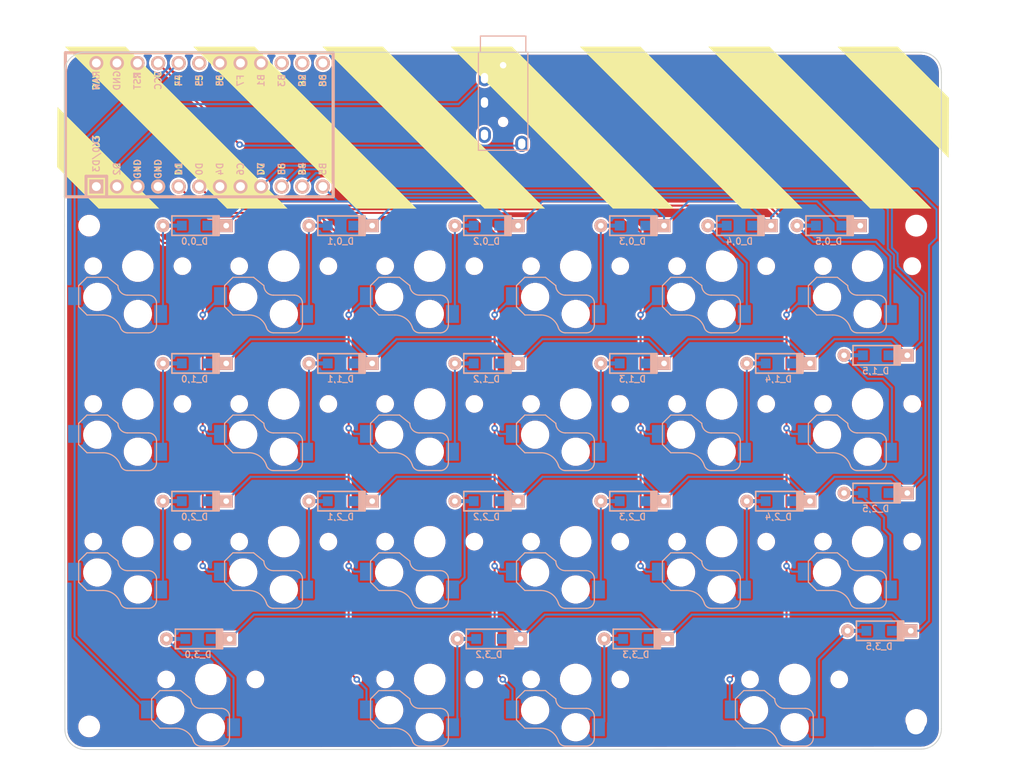
<source format=kicad_pcb>
(kicad_pcb (version 20171130) (host pcbnew 5.1.10-88a1d61d58~88~ubuntu18.04.1)
  (layers (0 F.Cu signal) (31 B.Cu signal) (34 B.Paste user) (35 F.Paste user) (36 B.SilkS user) (37 F.SilkS user) (38 B.Mask user) (39 F.Mask user) (44 Edge.Cuts user))
  (net 0 "")
  (net 1 GND)
  (net 2 "Net-(U1-Pad13)")
  (net 3 "Net-(U1-Pad14)")
  (net 4 "Net-(U1-Pad15)")
  (net 5 "Net-(U1-Pad21)")
  (net 6 "Net-(U1-Pad22)")
  (net 7 "Net-(U1-Pad24)")
  (net 8 row0)
  (net 9 row1)
  (net 10 row2)
  (net 11 row3)
  (net 12 col2)
  (net 13 col1)
  (net 14 col0)
  (net 15 col5)
  (net 16 col4)
  (net 17 col3)
  (net 18 "Net-(D_0,0-Pad2)")
  (net 19 "Net-(D_0,1-Pad2)")
  (net 20 "Net-(D_0,2-Pad2)")
  (net 21 "Net-(D_0,3-Pad2)")
  (net 22 "Net-(D_0,4-Pad2)")
  (net 23 "Net-(D_0,5-Pad2)")
  (net 24 "Net-(D_1,3-Pad2)")
  (net 25 "Net-(D_1,5-Pad2)")
  (net 26 "Net-(D_1,4-Pad2)")
  (net 27 "Net-(D_1,2-Pad2)")
  (net 28 "Net-(D_1,1-Pad2)")
  (net 29 "Net-(D_1,0-Pad2)")
  (net 30 "Net-(D_2,5-Pad2)")
  (net 31 "Net-(D_2,4-Pad2)")
  (net 32 "Net-(D_2,3-Pad2)")
  (net 33 "Net-(D_2,2-Pad2)")
  (net 34 "Net-(D_2,1-Pad2)")
  (net 35 "Net-(D_2,0-Pad2)")
  (net 36 "Net-(D_3,0-Pad2)")
  (net 37 "Net-(D_3,2-Pad2)")
  (net 38 "Net-(D_3,3-Pad2)")
  (net 39 "Net-(D_3,5-Pad2)")
  (net 40 "Net-(U1-Pad19)")
  (net 41 "Net-(U1-Pad18)")
  (net 42 "Net-(U1-Pad17)")
  (net 43 "Net-(U1-Pad16)")
  (net 44 "Net-(U1-Pad1)")
  (net 45 "Net-(U2-Pad2)")
  (module cocoa44:stripes (layer F.Cu) (at 56 3.9)
    (fp_text reference G*** hide)
    (fp_text value LOGO hide)
  )
  (module mbk:Choc-2u (layer F.Cu) (at 92 72)
    (fp_text reference K_3,5)
    (fp_text value KEYSW hide)
    (pad "" np_thru_hole circle (at -5.5 0 180) (size 1.7 1.7) (drill 1.7) (layers *.Cu *.Mask))
    (pad "" np_thru_hole circle (at 5.5 0 180) (size 1.7 1.7) (drill 1.7) (layers *.Cu *.Mask))
    (pad "" np_thru_hole circle (at 0 0 90) (size 3.4 3.4) (drill 3.4) (layers *.Cu *.Mask))
    (pad 2 smd rect (at 2.8 5.9 180) (size 1.6 2.2) (layers B.Cu B.Paste B.Mask) (net 39 "Net-(D_3,5-Pad2)"))
    (pad "" np_thru_hole circle (at -5 3.8 90) (size 3 3) (drill 3) (layers *.Cu *.Mask))
    (pad "" np_thru_hole circle (at 0 5.9 90) (size 3 3) (drill 3) (layers *.Cu *.Mask))
    (pad 1 smd rect (at -7.8 3.7 180) (size 1.6 2.2) (layers B.Cu B.Paste B.Mask) (net 15 col5))
  )
  (module mbk:Choc-2u (layer F.Cu) (at 20 72)
    (fp_text reference K_3,0)
    (fp_text value KEYSW hide)
    (pad "" np_thru_hole circle (at -5.5 0 180) (size 1.7 1.7) (drill 1.7) (layers *.Cu *.Mask))
    (pad "" np_thru_hole circle (at 5.5 0 180) (size 1.7 1.7) (drill 1.7) (layers *.Cu *.Mask))
    (pad "" np_thru_hole circle (at 0 0 90) (size 3.4 3.4) (drill 3.4) (layers *.Cu *.Mask))
    (pad 2 smd rect (at 2.8 5.9 180) (size 1.6 2.2) (layers B.Cu B.Paste B.Mask) (net 36 "Net-(D_3,0-Pad2)"))
    (pad "" np_thru_hole circle (at -5 3.8 90) (size 3 3) (drill 3) (layers *.Cu *.Mask))
    (pad "" np_thru_hole circle (at 0 5.9 90) (size 3 3) (drill 3) (layers *.Cu *.Mask))
    (pad 1 smd rect (at -7.8 3.7 180) (size 1.6 2.2) (layers B.Cu B.Paste B.Mask) (net 14 col0))
  )
  (module Keebio-Parts:TRRS-PJ-320A (layer B.Cu) (at 56.05 -5.4 180)
    (fp_text reference U2)
    (fp_text value TRRS)
    (pad 3 thru_hole oval (at 2.3 -6.2 180) (size 1.6 2) (drill oval 0.9 1.3) (layers *.Cu *.Mask) (net 1 GND))
    (pad "" np_thru_hole circle (at 0 -1.6 180) (size 0.8 0.8) (drill 0.8) (layers *.Cu *.Mask))
    (pad "" np_thru_hole circle (at 0 -8.6 180) (size 0.8 0.8) (drill 0.8) (layers *.Cu *.Mask))
    (pad 4 thru_hole oval (at 2.3 -3.2 180) (size 1.6 2) (drill oval 0.9 1.3) (layers *.Cu *.Mask) (net 44 "Net-(U1-Pad1)"))
    (pad 2 thru_hole oval (at 2.3 -10.2 180) (size 1.6 2) (drill oval 0.9 1.3) (layers *.Cu *.Mask) (net 45 "Net-(U2-Pad2)"))
    (pad 1 thru_hole oval (at -2.3 -11.3 180) (size 1.6 2) (drill oval 0.9 1.3) (layers *.Cu *.Mask) (net 5 "Net-(U1-Pad21)"))
  )
  (module MountingHole:MountingHole_2.2mm_M2 (layer F.Cu) (at 5 77.8)
    (fp_text reference REF** hide)
    (fp_text value MountingHole_2.2mm_M2)
    (pad 1 np_thru_hole circle (at 0 0) (size 2.2 2.2) (drill 2.2) (layers *.Cu *.Mask))
  )
  (module MountingHole:MountingHole_2.2mm_M2 (layer F.Cu) (at 5 16)
    (fp_text reference REF** hide)
    (fp_text value MountingHole_2.2mm_M2)
    (pad 1 np_thru_hole circle (at 0 0) (size 2.2 2.2) (drill 2.2) (layers *.Cu *.Mask))
  )
  (module MountingHole:MountingHole_2.2mm_M2 (layer F.Cu) (at 106.95 77.68)
    (fp_text reference REF** hide)
    (fp_text value MountingHole_2.2mm_M2)
    (pad 1 np_thru_hole circle (at 0 0) (size 2.2 2.2) (drill 2.2) (layers *.Cu *.Mask))
  )
  (module MountingHole:MountingHole_2.2mm_M2 (layer F.Cu) (at 107 16)
    (fp_text reference REF** hide)
    (fp_text value MountingHole_2.2mm_M2)
    (pad 1 np_thru_hole circle (at 0 0) (size 2.2 2.2) (drill 2.2) (layers *.Cu *.Mask))
  )
  (module Keebio-Parts:ArduinoProMicro (layer F.Cu) (at 19.85 3.55)
    (fp_text reference U1 hide)
    (fp_text value ProMicro hide)
    (fp_text user ST (at -8.91 -5.04 90) (layer B.SilkS) (effects (font (size 0.8 0.8)) (justify mirror)))
    (fp_text user TX0/D3 (at -13.97 3.571872 90) (layer F.SilkS) (effects (font (size 0.8 0.8))))
    (fp_text user TX0/D3 (at -13.97 3.571872 90) (layer B.SilkS) (effects (font (size 0.8 0.8)) (justify mirror)))
    (fp_text user D2 (at -11.43 5.461 90) (layer F.SilkS) (effects (font (size 0.8 0.8))))
    (fp_text user D0 (at -1.27 5.461 90) (layer F.SilkS) (effects (font (size 0.8 0.8))))
    (fp_text user D1 (at -3.81 5.461 90) (layer F.SilkS) (effects (font (size 0.8 0.8))))
    (fp_text user GND (at -6.35 5.461 90) (layer F.SilkS) (effects (font (size 0.8 0.8))))
    (fp_text user GND (at -8.89 5.461 90) (layer F.SilkS) (effects (font (size 0.8 0.8))))
    (fp_text user D4 (at 1.27 5.461 90) (layer F.SilkS) (effects (font (size 0.8 0.8))))
    (fp_text user C6 (at 3.81 5.461 90) (layer F.SilkS) (effects (font (size 0.8 0.8))))
    (fp_text user D7 (at 6.35 5.461 90) (layer F.SilkS) (effects (font (size 0.8 0.8))))
    (fp_text user E6 (at 8.89 5.461 90) (layer F.SilkS) (effects (font (size 0.8 0.8))))
    (fp_text user B4 (at 11.43 5.461 90) (layer F.SilkS) (effects (font (size 0.8 0.8))))
    (fp_text user B5 (at 13.97 5.461 90) (layer F.SilkS) (effects (font (size 0.8 0.8))))
    (fp_text user B6 (at 13.97 -5.461 90) (layer F.SilkS) (effects (font (size 0.8 0.8))))
    (fp_text user B2 (at 11.43 -5.461 90) (layer B.SilkS) (effects (font (size 0.8 0.8)) (justify mirror)))
    (fp_text user B3 (at 8.89 -5.461 90) (layer F.SilkS) (effects (font (size 0.8 0.8))))
    (fp_text user B1 (at 6.35 -5.461 90) (layer F.SilkS) (effects (font (size 0.8 0.8))))
    (fp_text user F7 (at 3.81 -5.461 90) (layer B.SilkS) (effects (font (size 0.8 0.8)) (justify mirror)))
    (fp_text user F6 (at 1.27 -5.461 90) (layer B.SilkS) (effects (font (size 0.8 0.8)) (justify mirror)))
    (fp_text user F5 (at -1.27 -5.461 90) (layer B.SilkS) (effects (font (size 0.8 0.8)) (justify mirror)))
    (fp_text user F4 (at -3.81 -5.461 90) (layer F.SilkS) (effects (font (size 0.8 0.8))))
    (fp_text user VCC (at -6.35 -5.461 90) (layer F.SilkS) (effects (font (size 0.8 0.8))))
    (fp_text user ST (at -8.92 -5.73312 90) (layer F.SilkS) (effects (font (size 0.8 0.8))))
    (fp_text user GND (at -11.43 -5.461 90) (layer F.SilkS) (effects (font (size 0.8 0.8))))
    (fp_text user RAW (at -13.97 -5.461 90) (layer F.SilkS) (effects (font (size 0.8 0.8))))
    (fp_text user RAW (at -13.97 -5.461 90) (layer B.SilkS) (effects (font (size 0.8 0.8)) (justify mirror)))
    (fp_text user GND (at -11.43 -5.461 90) (layer B.SilkS) (effects (font (size 0.8 0.8)) (justify mirror)))
    (fp_text user VCC (at -6.35 -5.461 90) (layer B.SilkS) (effects (font (size 0.8 0.8)) (justify mirror)))
    (fp_text user F4 (at -3.81 -5.461 90) (layer B.SilkS) (effects (font (size 0.8 0.8)) (justify mirror)))
    (fp_text user F5 (at -1.27 -5.461 90) (layer F.SilkS) (effects (font (size 0.8 0.8))))
    (fp_text user F6 (at 1.27 -5.461 90) (layer F.SilkS) (effects (font (size 0.8 0.8))))
    (fp_text user F7 (at 3.81 -5.461 90) (layer F.SilkS) (effects (font (size 0.8 0.8))))
    (fp_text user B1 (at 6.35 -5.461 90) (layer B.SilkS) (effects (font (size 0.8 0.8)) (justify mirror)))
    (fp_text user B3 (at 8.89 -5.461 90) (layer B.SilkS) (effects (font (size 0.8 0.8)) (justify mirror)))
    (fp_text user B2 (at 11.43 -5.461 90) (layer F.SilkS) (effects (font (size 0.8 0.8))))
    (fp_text user B6 (at 13.97 -5.461 90) (layer B.SilkS) (effects (font (size 0.8 0.8)) (justify mirror)))
    (fp_text user B5 (at 13.97 5.461 90) (layer B.SilkS) (effects (font (size 0.8 0.8)) (justify mirror)))
    (fp_text user B4 (at 11.43 5.461 90) (layer B.SilkS) (effects (font (size 0.8 0.8)) (justify mirror)))
    (fp_text user E6 (at 8.89 5.461 90) (layer B.SilkS) (effects (font (size 0.8 0.8)) (justify mirror)))
    (fp_text user D7 (at 6.35 5.461 90) (layer B.SilkS) (effects (font (size 0.8 0.8)) (justify mirror)))
    (fp_text user C6 (at 3.81 5.461 90) (layer B.SilkS) (effects (font (size 0.8 0.8)) (justify mirror)))
    (fp_text user D4 (at 1.27 5.461 90) (layer B.SilkS) (effects (font (size 0.8 0.8)) (justify mirror)))
    (fp_text user GND (at -8.89 5.461 90) (layer B.SilkS) (effects (font (size 0.8 0.8)) (justify mirror)))
    (fp_text user GND (at -6.35 5.461 90) (layer B.SilkS) (effects (font (size 0.8 0.8)) (justify mirror)))
    (fp_text user D1 (at -3.81 5.461 90) (layer B.SilkS) (effects (font (size 0.8 0.8)) (justify mirror)))
    (fp_text user D0 (at -1.27 5.461 90) (layer B.SilkS) (effects (font (size 0.8 0.8)) (justify mirror)))
    (fp_text user D2 (at -11.43 5.461 90) (layer B.SilkS) (effects (font (size 0.8 0.8)) (justify mirror)))
    (pad 24 thru_hole circle (at -13.97 -7.62) (size 1.7526 1.7526) (drill 1.0922) (layers *.Cu *.SilkS *.Mask) (net 7 "Net-(U1-Pad24)"))
    (pad 12 thru_hole circle (at 13.97 7.62) (size 1.7526 1.7526) (drill 1.0922) (layers *.Cu *.SilkS *.Mask) (net 8 row0))
    (pad 23 thru_hole circle (at -11.43 -7.62) (size 1.7526 1.7526) (drill 1.0922) (layers *.Cu *.SilkS *.Mask) (net 1 GND))
    (pad 22 thru_hole circle (at -8.89 -7.62) (size 1.7526 1.7526) (drill 1.0922) (layers *.Cu *.SilkS *.Mask) (net 6 "Net-(U1-Pad22)"))
    (pad 21 thru_hole circle (at -6.35 -7.62) (size 1.7526 1.7526) (drill 1.0922) (layers *.Cu *.SilkS *.Mask) (net 5 "Net-(U1-Pad21)"))
    (pad 20 thru_hole circle (at -3.81 -7.62) (size 1.7526 1.7526) (drill 1.0922) (layers *.Cu *.SilkS *.Mask) (net 14 col0))
    (pad 19 thru_hole circle (at -1.27 -7.62) (size 1.7526 1.7526) (drill 1.0922) (layers *.Cu *.SilkS *.Mask) (net 40 "Net-(U1-Pad19)"))
    (pad 18 thru_hole circle (at 1.27 -7.62) (size 1.7526 1.7526) (drill 1.0922) (layers *.Cu *.SilkS *.Mask) (net 41 "Net-(U1-Pad18)"))
    (pad 17 thru_hole circle (at 3.81 -7.62) (size 1.7526 1.7526) (drill 1.0922) (layers *.Cu *.SilkS *.Mask) (net 42 "Net-(U1-Pad17)"))
    (pad 16 thru_hole circle (at 6.35 -7.62) (size 1.7526 1.7526) (drill 1.0922) (layers *.Cu *.SilkS *.Mask) (net 43 "Net-(U1-Pad16)"))
    (pad 15 thru_hole circle (at 8.89 -7.62) (size 1.7526 1.7526) (drill 1.0922) (layers *.Cu *.SilkS *.Mask) (net 4 "Net-(U1-Pad15)"))
    (pad 14 thru_hole circle (at 11.43 -7.62) (size 1.7526 1.7526) (drill 1.0922) (layers *.Cu *.SilkS *.Mask) (net 3 "Net-(U1-Pad14)"))
    (pad 13 thru_hole circle (at 13.97 -7.62) (size 1.7526 1.7526) (drill 1.0922) (layers *.Cu *.SilkS *.Mask) (net 2 "Net-(U1-Pad13)"))
    (pad 11 thru_hole circle (at 11.43 7.62) (size 1.7526 1.7526) (drill 1.0922) (layers *.Cu *.SilkS *.Mask) (net 9 row1))
    (pad 10 thru_hole circle (at 8.89 7.62) (size 1.7526 1.7526) (drill 1.0922) (layers *.Cu *.SilkS *.Mask) (net 10 row2))
    (pad 9 thru_hole circle (at 6.35 7.62) (size 1.7526 1.7526) (drill 1.0922) (layers *.Cu *.SilkS *.Mask) (net 11 row3))
    (pad 8 thru_hole circle (at 3.81 7.62) (size 1.7526 1.7526) (drill 1.0922) (layers *.Cu *.SilkS *.Mask) (net 15 col5))
    (pad 7 thru_hole circle (at 1.27 7.62) (size 1.7526 1.7526) (drill 1.0922) (layers *.Cu *.SilkS *.Mask) (net 16 col4))
    (pad 6 thru_hole circle (at -1.27 7.62) (size 1.7526 1.7526) (drill 1.0922) (layers *.Cu *.SilkS *.Mask) (net 17 col3))
    (pad 5 thru_hole circle (at -3.81 7.62) (size 1.7526 1.7526) (drill 1.0922) (layers *.Cu *.SilkS *.Mask) (net 12 col2))
    (pad 4 thru_hole circle (at -6.35 7.62) (size 1.7526 1.7526) (drill 1.0922) (layers *.Cu *.SilkS *.Mask) (net 1 GND))
    (pad 3 thru_hole circle (at -8.89 7.62) (size 1.7526 1.7526) (drill 1.0922) (layers *.Cu *.SilkS *.Mask) (net 1 GND))
    (pad 2 thru_hole circle (at -11.43 7.62) (size 1.7526 1.7526) (drill 1.0922) (layers *.Cu *.SilkS *.Mask) (net 13 col1))
    (pad 1 thru_hole rect (at -13.97 7.62) (size 1.7526 1.7526) (drill 1.0922) (layers *.Cu *.SilkS *.Mask) (net 44 "Net-(U1-Pad1)"))
  )
  (module mbk:Choc-1u (layer F.Cu) (at 65 72)
    (fp_text reference K_3,3)
    (fp_text value KEYSW hide)
    (pad "" np_thru_hole circle (at -5.5 0 180) (size 1.7 1.7) (drill 1.7) (layers *.Cu *.Mask))
    (pad "" np_thru_hole circle (at 5.5 0 180) (size 1.7 1.7) (drill 1.7) (layers *.Cu *.Mask))
    (pad "" np_thru_hole circle (at 0 0 90) (size 3.4 3.4) (drill 3.4) (layers *.Cu *.Mask))
    (pad 2 smd rect (at 2.8 5.9 180) (size 1.6 2.2) (layers B.Cu B.Paste B.Mask) (net 38 "Net-(D_3,3-Pad2)"))
    (pad "" np_thru_hole circle (at -5 3.8 90) (size 3 3) (drill 3) (layers *.Cu *.Mask))
    (pad "" np_thru_hole circle (at 0 5.9 90) (size 3 3) (drill 3) (layers *.Cu *.Mask))
    (pad 1 smd rect (at -7.8 3.7 180) (size 1.6 2.2) (layers B.Cu B.Paste B.Mask) (net 17 col3))
  )
  (module mbk:Choc-1u (layer F.Cu) (at 29 55)
    (fp_text reference K_2,1)
    (fp_text value KEYSW hide)
    (pad "" np_thru_hole circle (at -5.5 0 180) (size 1.7 1.7) (drill 1.7) (layers *.Cu *.Mask))
    (pad "" np_thru_hole circle (at 5.5 0 180) (size 1.7 1.7) (drill 1.7) (layers *.Cu *.Mask))
    (pad "" np_thru_hole circle (at 0 0 90) (size 3.4 3.4) (drill 3.4) (layers *.Cu *.Mask))
    (pad 2 smd rect (at 2.8 5.9 180) (size 1.6 2.2) (layers B.Cu B.Paste B.Mask) (net 34 "Net-(D_2,1-Pad2)"))
    (pad "" np_thru_hole circle (at -5 3.8 90) (size 3 3) (drill 3) (layers *.Cu *.Mask))
    (pad "" np_thru_hole circle (at 0 5.9 90) (size 3 3) (drill 3) (layers *.Cu *.Mask))
    (pad 1 smd rect (at -7.8 3.7 180) (size 1.6 2.2) (layers B.Cu B.Paste B.Mask) (net 13 col1))
  )
  (module mbk:Choc-1u (layer F.Cu) (at 47 55)
    (fp_text reference K_2,2)
    (fp_text value KEYSW hide)
    (pad "" np_thru_hole circle (at -5.5 0 180) (size 1.7 1.7) (drill 1.7) (layers *.Cu *.Mask))
    (pad "" np_thru_hole circle (at 5.5 0 180) (size 1.7 1.7) (drill 1.7) (layers *.Cu *.Mask))
    (pad "" np_thru_hole circle (at 0 0 90) (size 3.4 3.4) (drill 3.4) (layers *.Cu *.Mask))
    (pad 2 smd rect (at 2.8 5.9 180) (size 1.6 2.2) (layers B.Cu B.Paste B.Mask) (net 33 "Net-(D_2,2-Pad2)"))
    (pad "" np_thru_hole circle (at -5 3.8 90) (size 3 3) (drill 3) (layers *.Cu *.Mask))
    (pad "" np_thru_hole circle (at 0 5.9 90) (size 3 3) (drill 3) (layers *.Cu *.Mask))
    (pad 1 smd rect (at -7.8 3.7 180) (size 1.6 2.2) (layers B.Cu B.Paste B.Mask) (net 12 col2))
  )
  (module mbk:Choc-1u (layer F.Cu) (at 65 55)
    (fp_text reference K_2,3)
    (fp_text value KEYSW hide)
    (pad "" np_thru_hole circle (at -5.5 0 180) (size 1.7 1.7) (drill 1.7) (layers *.Cu *.Mask))
    (pad "" np_thru_hole circle (at 5.5 0 180) (size 1.7 1.7) (drill 1.7) (layers *.Cu *.Mask))
    (pad "" np_thru_hole circle (at 0 0 90) (size 3.4 3.4) (drill 3.4) (layers *.Cu *.Mask))
    (pad 2 smd rect (at 2.8 5.9 180) (size 1.6 2.2) (layers B.Cu B.Paste B.Mask) (net 32 "Net-(D_2,3-Pad2)"))
    (pad "" np_thru_hole circle (at -5 3.8 90) (size 3 3) (drill 3) (layers *.Cu *.Mask))
    (pad "" np_thru_hole circle (at 0 5.9 90) (size 3 3) (drill 3) (layers *.Cu *.Mask))
    (pad 1 smd rect (at -7.8 3.7 180) (size 1.6 2.2) (layers B.Cu B.Paste B.Mask) (net 17 col3))
  )
  (module mbk:Choc-1u (layer F.Cu) (at 83 55)
    (fp_text reference K_2,4)
    (fp_text value KEYSW hide)
    (pad "" np_thru_hole circle (at -5.5 0 180) (size 1.7 1.7) (drill 1.7) (layers *.Cu *.Mask))
    (pad "" np_thru_hole circle (at 5.5 0 180) (size 1.7 1.7) (drill 1.7) (layers *.Cu *.Mask))
    (pad "" np_thru_hole circle (at 0 0 90) (size 3.4 3.4) (drill 3.4) (layers *.Cu *.Mask))
    (pad 2 smd rect (at 2.8 5.9 180) (size 1.6 2.2) (layers B.Cu B.Paste B.Mask) (net 31 "Net-(D_2,4-Pad2)"))
    (pad "" np_thru_hole circle (at -5 3.8 90) (size 3 3) (drill 3) (layers *.Cu *.Mask))
    (pad "" np_thru_hole circle (at 0 5.9 90) (size 3 3) (drill 3) (layers *.Cu *.Mask))
    (pad 1 smd rect (at -7.8 3.7 180) (size 1.6 2.2) (layers B.Cu B.Paste B.Mask) (net 16 col4))
  )
  (module mbk:Choc-1u (layer F.Cu) (at 101 55)
    (fp_text reference K_2,5)
    (fp_text value KEYSW hide)
    (pad "" np_thru_hole circle (at -5.5 0 180) (size 1.7 1.7) (drill 1.7) (layers *.Cu *.Mask))
    (pad "" np_thru_hole circle (at 5.5 0 180) (size 1.7 1.7) (drill 1.7) (layers *.Cu *.Mask))
    (pad "" np_thru_hole circle (at 0 0 90) (size 3.4 3.4) (drill 3.4) (layers *.Cu *.Mask))
    (pad 2 smd rect (at 2.8 5.9 180) (size 1.6 2.2) (layers B.Cu B.Paste B.Mask) (net 30 "Net-(D_2,5-Pad2)"))
    (pad "" np_thru_hole circle (at -5 3.8 90) (size 3 3) (drill 3) (layers *.Cu *.Mask))
    (pad "" np_thru_hole circle (at 0 5.9 90) (size 3 3) (drill 3) (layers *.Cu *.Mask))
    (pad 1 smd rect (at -7.8 3.7 180) (size 1.6 2.2) (layers B.Cu B.Paste B.Mask) (net 15 col5))
  )
  (module mbk:Choc-1u (layer F.Cu) (at 11 55)
    (fp_text reference K_2,0)
    (fp_text value KEYSW hide)
    (pad "" np_thru_hole circle (at -5.5 0 180) (size 1.7 1.7) (drill 1.7) (layers *.Cu *.Mask))
    (pad "" np_thru_hole circle (at 5.5 0 180) (size 1.7 1.7) (drill 1.7) (layers *.Cu *.Mask))
    (pad "" np_thru_hole circle (at 0 0 90) (size 3.4 3.4) (drill 3.4) (layers *.Cu *.Mask))
    (pad 2 smd rect (at 2.8 5.9 180) (size 1.6 2.2) (layers B.Cu B.Paste B.Mask) (net 35 "Net-(D_2,0-Pad2)"))
    (pad "" np_thru_hole circle (at -5 3.8 90) (size 3 3) (drill 3) (layers *.Cu *.Mask))
    (pad "" np_thru_hole circle (at 0 5.9 90) (size 3 3) (drill 3) (layers *.Cu *.Mask))
    (pad 1 smd rect (at -7.8 3.7 180) (size 1.6 2.2) (layers B.Cu B.Paste B.Mask) (net 14 col0))
  )
  (module mbk:Choc-1u (layer F.Cu) (at 65 38)
    (fp_text reference K_1,3)
    (fp_text value KEYSW hide)
    (pad "" np_thru_hole circle (at -5.5 0 180) (size 1.7 1.7) (drill 1.7) (layers *.Cu *.Mask))
    (pad "" np_thru_hole circle (at 5.5 0 180) (size 1.7 1.7) (drill 1.7) (layers *.Cu *.Mask))
    (pad "" np_thru_hole circle (at 0 0 90) (size 3.4 3.4) (drill 3.4) (layers *.Cu *.Mask))
    (pad 2 smd rect (at 2.8 5.9 180) (size 1.6 2.2) (layers B.Cu B.Paste B.Mask) (net 24 "Net-(D_1,3-Pad2)"))
    (pad "" np_thru_hole circle (at -5 3.8 90) (size 3 3) (drill 3) (layers *.Cu *.Mask))
    (pad "" np_thru_hole circle (at 0 5.9 90) (size 3 3) (drill 3) (layers *.Cu *.Mask))
    (pad 1 smd rect (at -7.8 3.7 180) (size 1.6 2.2) (layers B.Cu B.Paste B.Mask) (net 17 col3))
  )
  (module mbk:Choc-1u (layer F.Cu) (at 83 38)
    (fp_text reference K_1,4)
    (fp_text value KEYSW hide)
    (pad "" np_thru_hole circle (at -5.5 0 180) (size 1.7 1.7) (drill 1.7) (layers *.Cu *.Mask))
    (pad "" np_thru_hole circle (at 5.5 0 180) (size 1.7 1.7) (drill 1.7) (layers *.Cu *.Mask))
    (pad "" np_thru_hole circle (at 0 0 90) (size 3.4 3.4) (drill 3.4) (layers *.Cu *.Mask))
    (pad 2 smd rect (at 2.8 5.9 180) (size 1.6 2.2) (layers B.Cu B.Paste B.Mask) (net 26 "Net-(D_1,4-Pad2)"))
    (pad "" np_thru_hole circle (at -5 3.8 90) (size 3 3) (drill 3) (layers *.Cu *.Mask))
    (pad "" np_thru_hole circle (at 0 5.9 90) (size 3 3) (drill 3) (layers *.Cu *.Mask))
    (pad 1 smd rect (at -7.8 3.7 180) (size 1.6 2.2) (layers B.Cu B.Paste B.Mask) (net 16 col4))
  )
  (module mbk:Choc-1u (layer F.Cu) (at 29 38)
    (fp_text reference K_1,1)
    (fp_text value KEYSW hide)
    (pad "" np_thru_hole circle (at -5.5 0 180) (size 1.7 1.7) (drill 1.7) (layers *.Cu *.Mask))
    (pad "" np_thru_hole circle (at 5.5 0 180) (size 1.7 1.7) (drill 1.7) (layers *.Cu *.Mask))
    (pad "" np_thru_hole circle (at 0 0 90) (size 3.4 3.4) (drill 3.4) (layers *.Cu *.Mask))
    (pad 2 smd rect (at 2.8 5.9 180) (size 1.6 2.2) (layers B.Cu B.Paste B.Mask) (net 28 "Net-(D_1,1-Pad2)"))
    (pad "" np_thru_hole circle (at -5 3.8 90) (size 3 3) (drill 3) (layers *.Cu *.Mask))
    (pad "" np_thru_hole circle (at 0 5.9 90) (size 3 3) (drill 3) (layers *.Cu *.Mask))
    (pad 1 smd rect (at -7.8 3.7 180) (size 1.6 2.2) (layers B.Cu B.Paste B.Mask) (net 13 col1))
  )
  (module mbk:Choc-1u (layer F.Cu) (at 101 38)
    (fp_text reference K_1,5)
    (fp_text value KEYSW hide)
    (pad "" np_thru_hole circle (at -5.5 0 180) (size 1.7 1.7) (drill 1.7) (layers *.Cu *.Mask))
    (pad "" np_thru_hole circle (at 5.5 0 180) (size 1.7 1.7) (drill 1.7) (layers *.Cu *.Mask))
    (pad "" np_thru_hole circle (at 0 0 90) (size 3.4 3.4) (drill 3.4) (layers *.Cu *.Mask))
    (pad 2 smd rect (at 2.8 5.9 180) (size 1.6 2.2) (layers B.Cu B.Paste B.Mask) (net 25 "Net-(D_1,5-Pad2)"))
    (pad "" np_thru_hole circle (at -5 3.8 90) (size 3 3) (drill 3) (layers *.Cu *.Mask))
    (pad "" np_thru_hole circle (at 0 5.9 90) (size 3 3) (drill 3) (layers *.Cu *.Mask))
    (pad 1 smd rect (at -7.8 3.7 180) (size 1.6 2.2) (layers B.Cu B.Paste B.Mask) (net 15 col5))
  )
  (module mbk:Choc-1u (layer F.Cu) (at 11 38)
    (fp_text reference K_1,0)
    (fp_text value KEYSW hide)
    (pad "" np_thru_hole circle (at -5.5 0 180) (size 1.7 1.7) (drill 1.7) (layers *.Cu *.Mask))
    (pad "" np_thru_hole circle (at 5.5 0 180) (size 1.7 1.7) (drill 1.7) (layers *.Cu *.Mask))
    (pad "" np_thru_hole circle (at 0 0 90) (size 3.4 3.4) (drill 3.4) (layers *.Cu *.Mask))
    (pad 2 smd rect (at 2.8 5.9 180) (size 1.6 2.2) (layers B.Cu B.Paste B.Mask) (net 29 "Net-(D_1,0-Pad2)"))
    (pad "" np_thru_hole circle (at -5 3.8 90) (size 3 3) (drill 3) (layers *.Cu *.Mask))
    (pad "" np_thru_hole circle (at 0 5.9 90) (size 3 3) (drill 3) (layers *.Cu *.Mask))
    (pad 1 smd rect (at -7.8 3.7 180) (size 1.6 2.2) (layers B.Cu B.Paste B.Mask) (net 14 col0))
  )
  (module mbk:Choc-1u (layer F.Cu) (at 47 38)
    (fp_text reference K_1,2)
    (fp_text value KEYSW hide)
    (pad "" np_thru_hole circle (at -5.5 0 180) (size 1.7 1.7) (drill 1.7) (layers *.Cu *.Mask))
    (pad "" np_thru_hole circle (at 5.5 0 180) (size 1.7 1.7) (drill 1.7) (layers *.Cu *.Mask))
    (pad "" np_thru_hole circle (at 0 0 90) (size 3.4 3.4) (drill 3.4) (layers *.Cu *.Mask))
    (pad 2 smd rect (at 2.8 5.9 180) (size 1.6 2.2) (layers B.Cu B.Paste B.Mask) (net 27 "Net-(D_1,2-Pad2)"))
    (pad "" np_thru_hole circle (at -5 3.8 90) (size 3 3) (drill 3) (layers *.Cu *.Mask))
    (pad "" np_thru_hole circle (at 0 5.9 90) (size 3 3) (drill 3) (layers *.Cu *.Mask))
    (pad 1 smd rect (at -7.8 3.7 180) (size 1.6 2.2) (layers B.Cu B.Paste B.Mask) (net 12 col2))
  )
  (module mbk:Choc-1u (layer F.Cu) (at 47 21)
    (fp_text reference K_0,2)
    (fp_text value KEYSW hide)
    (pad "" np_thru_hole circle (at -5.5 0 180) (size 1.7 1.7) (drill 1.7) (layers *.Cu *.Mask))
    (pad "" np_thru_hole circle (at 5.5 0 180) (size 1.7 1.7) (drill 1.7) (layers *.Cu *.Mask))
    (pad "" np_thru_hole circle (at 0 0 90) (size 3.4 3.4) (drill 3.4) (layers *.Cu *.Mask))
    (pad 2 smd rect (at 2.8 5.9 180) (size 1.6 2.2) (layers B.Cu B.Paste B.Mask) (net 20 "Net-(D_0,2-Pad2)"))
    (pad "" np_thru_hole circle (at -5 3.8 90) (size 3 3) (drill 3) (layers *.Cu *.Mask))
    (pad "" np_thru_hole circle (at 0 5.9 90) (size 3 3) (drill 3) (layers *.Cu *.Mask))
    (pad 1 smd rect (at -7.8 3.7 180) (size 1.6 2.2) (layers B.Cu B.Paste B.Mask) (net 12 col2))
  )
  (module mbk:Choc-1u (layer F.Cu) (at 65 21)
    (fp_text reference K_0,3)
    (fp_text value KEYSW hide)
    (pad "" np_thru_hole circle (at -5.5 0 180) (size 1.7 1.7) (drill 1.7) (layers *.Cu *.Mask))
    (pad "" np_thru_hole circle (at 5.5 0 180) (size 1.7 1.7) (drill 1.7) (layers *.Cu *.Mask))
    (pad "" np_thru_hole circle (at 0 0 90) (size 3.4 3.4) (drill 3.4) (layers *.Cu *.Mask))
    (pad 2 smd rect (at 2.8 5.9 180) (size 1.6 2.2) (layers B.Cu B.Paste B.Mask) (net 21 "Net-(D_0,3-Pad2)"))
    (pad "" np_thru_hole circle (at -5 3.8 90) (size 3 3) (drill 3) (layers *.Cu *.Mask))
    (pad "" np_thru_hole circle (at 0 5.9 90) (size 3 3) (drill 3) (layers *.Cu *.Mask))
    (pad 1 smd rect (at -7.8 3.7 180) (size 1.6 2.2) (layers B.Cu B.Paste B.Mask) (net 17 col3))
  )
  (module mbk:Choc-1u (layer F.Cu) (at 83 21)
    (fp_text reference K_0,4)
    (fp_text value KEYSW hide)
    (pad "" np_thru_hole circle (at -5.5 0 180) (size 1.7 1.7) (drill 1.7) (layers *.Cu *.Mask))
    (pad "" np_thru_hole circle (at 5.5 0 180) (size 1.7 1.7) (drill 1.7) (layers *.Cu *.Mask))
    (pad "" np_thru_hole circle (at 0 0 90) (size 3.4 3.4) (drill 3.4) (layers *.Cu *.Mask))
    (pad 2 smd rect (at 2.8 5.9 180) (size 1.6 2.2) (layers B.Cu B.Paste B.Mask) (net 22 "Net-(D_0,4-Pad2)"))
    (pad "" np_thru_hole circle (at -5 3.8 90) (size 3 3) (drill 3) (layers *.Cu *.Mask))
    (pad "" np_thru_hole circle (at 0 5.9 90) (size 3 3) (drill 3) (layers *.Cu *.Mask))
    (pad 1 smd rect (at -7.8 3.7 180) (size 1.6 2.2) (layers B.Cu B.Paste B.Mask) (net 16 col4))
  )
  (module mbk:Choc-1u (layer F.Cu) (at 101 21)
    (fp_text reference K_0,5)
    (fp_text value KEYSW hide)
    (pad "" np_thru_hole circle (at -5.5 0 180) (size 1.7 1.7) (drill 1.7) (layers *.Cu *.Mask))
    (pad "" np_thru_hole circle (at 5.5 0 180) (size 1.7 1.7) (drill 1.7) (layers *.Cu *.Mask))
    (pad "" np_thru_hole circle (at 0 0 90) (size 3.4 3.4) (drill 3.4) (layers *.Cu *.Mask))
    (pad 2 smd rect (at 2.8 5.9 180) (size 1.6 2.2) (layers B.Cu B.Paste B.Mask) (net 23 "Net-(D_0,5-Pad2)"))
    (pad "" np_thru_hole circle (at -5 3.8 90) (size 3 3) (drill 3) (layers *.Cu *.Mask))
    (pad "" np_thru_hole circle (at 0 5.9 90) (size 3 3) (drill 3) (layers *.Cu *.Mask))
    (pad 1 smd rect (at -7.8 3.7 180) (size 1.6 2.2) (layers B.Cu B.Paste B.Mask) (net 15 col5))
  )
  (module mbk:Choc-1u (layer F.Cu) (at 11 21)
    (fp_text reference K_0,0)
    (fp_text value KEYSW hide)
    (pad "" np_thru_hole circle (at -5.5 0 180) (size 1.7 1.7) (drill 1.7) (layers *.Cu *.Mask))
    (pad "" np_thru_hole circle (at 5.5 0 180) (size 1.7 1.7) (drill 1.7) (layers *.Cu *.Mask))
    (pad "" np_thru_hole circle (at 0 0 90) (size 3.4 3.4) (drill 3.4) (layers *.Cu *.Mask))
    (pad 2 smd rect (at 2.8 5.9 180) (size 1.6 2.2) (layers B.Cu B.Paste B.Mask) (net 18 "Net-(D_0,0-Pad2)"))
    (pad "" np_thru_hole circle (at -5 3.8 90) (size 3 3) (drill 3) (layers *.Cu *.Mask))
    (pad "" np_thru_hole circle (at 0 5.9 90) (size 3 3) (drill 3) (layers *.Cu *.Mask))
    (pad 1 smd rect (at -7.8 3.7 180) (size 1.6 2.2) (layers B.Cu B.Paste B.Mask) (net 14 col0))
  )
  (module mbk:Choc-1u (layer F.Cu) (at 29 21)
    (fp_text reference K_0,1)
    (fp_text value KEYSW hide)
    (pad "" np_thru_hole circle (at -5.5 0 180) (size 1.7 1.7) (drill 1.7) (layers *.Cu *.Mask))
    (pad "" np_thru_hole circle (at 5.5 0 180) (size 1.7 1.7) (drill 1.7) (layers *.Cu *.Mask))
    (pad "" np_thru_hole circle (at 0 0 90) (size 3.4 3.4) (drill 3.4) (layers *.Cu *.Mask))
    (pad 2 smd rect (at 2.8 5.9 180) (size 1.6 2.2) (layers B.Cu B.Paste B.Mask) (net 19 "Net-(D_0,1-Pad2)"))
    (pad "" np_thru_hole circle (at -5 3.8 90) (size 3 3) (drill 3) (layers *.Cu *.Mask))
    (pad "" np_thru_hole circle (at 0 5.9 90) (size 3 3) (drill 3) (layers *.Cu *.Mask))
    (pad 1 smd rect (at -7.8 3.7 180) (size 1.6 2.2) (layers B.Cu B.Paste B.Mask) (net 13 col1))
  )
  (module mbk:Choc-1u (layer F.Cu) (at 47 72)
    (fp_text reference K3,2)
    (fp_text value KEYSW hide)
    (pad "" np_thru_hole circle (at -5.5 0 180) (size 1.7 1.7) (drill 1.7) (layers *.Cu *.Mask))
    (pad "" np_thru_hole circle (at 5.5 0 180) (size 1.7 1.7) (drill 1.7) (layers *.Cu *.Mask))
    (pad "" np_thru_hole circle (at 0 0 90) (size 3.4 3.4) (drill 3.4) (layers *.Cu *.Mask))
    (pad 2 smd rect (at 2.8 5.9 180) (size 1.6 2.2) (layers B.Cu B.Paste B.Mask) (net 37 "Net-(D_3,2-Pad2)"))
    (pad "" np_thru_hole circle (at -5 3.8 90) (size 3 3) (drill 3) (layers *.Cu *.Mask))
    (pad "" np_thru_hole circle (at 0 5.9 90) (size 3 3) (drill 3) (layers *.Cu *.Mask))
    (pad 1 smd rect (at -7.8 3.7 180) (size 1.6 2.2) (layers B.Cu B.Paste B.Mask) (net 12 col2))
  )
  (module keyboard_parts:D_SOD123_axial (layer B.Cu) (at 18 16 180)
    (fp_text reference D_0,0 (at 0 -1.925) (layer B.SilkS) (effects (font (size 0.8 0.8)) (justify mirror)))
    (fp_text value D hide)
    (pad 2 smd rect (at 2.7 0 180) (size 2.5 0.5) (layers B.Cu) (net 18 "Net-(D_0,0-Pad2)"))
    (pad 1 smd rect (at -2.7 0 180) (size 2.5 0.5) (layers B.Cu) (net 8 row0))
    (pad 2 thru_hole circle (at 3.9 0 180) (size 1.6 1.6) (drill 0.7) (layers *.Cu *.Mask B.SilkS) (net 18 "Net-(D_0,0-Pad2)"))
    (pad 1 thru_hole rect (at -3.9 0 180) (size 1.6 1.6) (drill 0.7) (layers *.Cu *.Mask B.SilkS) (net 8 row0))
    (pad 1 smd rect (at -1.575 0 180) (size 1.2 1.2) (layers B.Cu B.Paste B.Mask) (net 8 row0))
    (pad 2 smd rect (at 1.575 0 180) (size 1.2 1.2) (layers B.Cu B.Paste B.Mask) (net 18 "Net-(D_0,0-Pad2)"))
  )
  (module keyboard_parts:D_SOD123_axial (layer B.Cu) (at 102.425 66 180)
    (fp_text reference D_3,5 (at 0 -1.925) (layer B.SilkS) (effects (font (size 0.8 0.8)) (justify mirror)))
    (fp_text value D hide)
    (pad 2 smd rect (at 2.7 0 180) (size 2.5 0.5) (layers B.Cu) (net 39 "Net-(D_3,5-Pad2)"))
    (pad 1 smd rect (at -2.7 0 180) (size 2.5 0.5) (layers B.Cu) (net 11 row3))
    (pad 2 thru_hole circle (at 3.9 0 180) (size 1.6 1.6) (drill 0.7) (layers *.Cu *.Mask B.SilkS) (net 39 "Net-(D_3,5-Pad2)"))
    (pad 1 thru_hole rect (at -3.9 0 180) (size 1.6 1.6) (drill 0.7) (layers *.Cu *.Mask B.SilkS) (net 11 row3))
    (pad 1 smd rect (at -1.575 0 180) (size 1.2 1.2) (layers B.Cu B.Paste B.Mask) (net 11 row3))
    (pad 2 smd rect (at 1.575 0 180) (size 1.2 1.2) (layers B.Cu B.Paste B.Mask) (net 39 "Net-(D_3,5-Pad2)"))
  )
  (module keyboard_parts:D_SOD123_axial (layer B.Cu) (at 72.425 67 180)
    (fp_text reference D_3,3 (at 0 -1.925) (layer B.SilkS) (effects (font (size 0.8 0.8)) (justify mirror)))
    (fp_text value D hide)
    (pad 2 smd rect (at 2.7 0 180) (size 2.5 0.5) (layers B.Cu) (net 38 "Net-(D_3,3-Pad2)"))
    (pad 1 smd rect (at -2.7 0 180) (size 2.5 0.5) (layers B.Cu) (net 11 row3))
    (pad 2 thru_hole circle (at 3.9 0 180) (size 1.6 1.6) (drill 0.7) (layers *.Cu *.Mask B.SilkS) (net 38 "Net-(D_3,3-Pad2)"))
    (pad 1 thru_hole rect (at -3.9 0 180) (size 1.6 1.6) (drill 0.7) (layers *.Cu *.Mask B.SilkS) (net 11 row3))
    (pad 1 smd rect (at -1.575 0 180) (size 1.2 1.2) (layers B.Cu B.Paste B.Mask) (net 11 row3))
    (pad 2 smd rect (at 1.575 0 180) (size 1.2 1.2) (layers B.Cu B.Paste B.Mask) (net 38 "Net-(D_3,3-Pad2)"))
  )
  (module keyboard_parts:D_SOD123_axial (layer B.Cu) (at 54.3 67 180)
    (fp_text reference D_3,2 (at 0 -1.925) (layer B.SilkS) (effects (font (size 0.8 0.8)) (justify mirror)))
    (fp_text value D hide)
    (pad 2 smd rect (at 2.7 0 180) (size 2.5 0.5) (layers B.Cu) (net 37 "Net-(D_3,2-Pad2)"))
    (pad 1 smd rect (at -2.7 0 180) (size 2.5 0.5) (layers B.Cu) (net 11 row3))
    (pad 2 thru_hole circle (at 3.9 0 180) (size 1.6 1.6) (drill 0.7) (layers *.Cu *.Mask B.SilkS) (net 37 "Net-(D_3,2-Pad2)"))
    (pad 1 thru_hole rect (at -3.9 0 180) (size 1.6 1.6) (drill 0.7) (layers *.Cu *.Mask B.SilkS) (net 11 row3))
    (pad 1 smd rect (at -1.575 0 180) (size 1.2 1.2) (layers B.Cu B.Paste B.Mask) (net 11 row3))
    (pad 2 smd rect (at 1.575 0 180) (size 1.2 1.2) (layers B.Cu B.Paste B.Mask) (net 37 "Net-(D_3,2-Pad2)"))
  )
  (module keyboard_parts:D_SOD123_axial (layer B.Cu) (at 18.425 67 180)
    (fp_text reference D_3,0 (at 0 -1.925) (layer B.SilkS) (effects (font (size 0.8 0.8)) (justify mirror)))
    (fp_text value D hide)
    (pad 2 smd rect (at 2.7 0 180) (size 2.5 0.5) (layers B.Cu) (net 36 "Net-(D_3,0-Pad2)"))
    (pad 1 smd rect (at -2.7 0 180) (size 2.5 0.5) (layers B.Cu) (net 11 row3))
    (pad 2 thru_hole circle (at 3.9 0 180) (size 1.6 1.6) (drill 0.7) (layers *.Cu *.Mask B.SilkS) (net 36 "Net-(D_3,0-Pad2)"))
    (pad 1 thru_hole rect (at -3.9 0 180) (size 1.6 1.6) (drill 0.7) (layers *.Cu *.Mask B.SilkS) (net 11 row3))
    (pad 1 smd rect (at -1.575 0 180) (size 1.2 1.2) (layers B.Cu B.Paste B.Mask) (net 11 row3))
    (pad 2 smd rect (at 1.575 0 180) (size 1.2 1.2) (layers B.Cu B.Paste B.Mask) (net 36 "Net-(D_3,0-Pad2)"))
  )
  (module keyboard_parts:D_SOD123_axial (layer B.Cu) (at 102 49 180)
    (fp_text reference D_2,5 (at 0 -1.925) (layer B.SilkS) (effects (font (size 0.8 0.8)) (justify mirror)))
    (fp_text value D hide)
    (pad 2 smd rect (at 2.7 0 180) (size 2.5 0.5) (layers B.Cu) (net 30 "Net-(D_2,5-Pad2)"))
    (pad 1 smd rect (at -2.7 0 180) (size 2.5 0.5) (layers B.Cu) (net 10 row2))
    (pad 2 thru_hole circle (at 3.9 0 180) (size 1.6 1.6) (drill 0.7) (layers *.Cu *.Mask B.SilkS) (net 30 "Net-(D_2,5-Pad2)"))
    (pad 1 thru_hole rect (at -3.9 0 180) (size 1.6 1.6) (drill 0.7) (layers *.Cu *.Mask B.SilkS) (net 10 row2))
    (pad 1 smd rect (at -1.575 0 180) (size 1.2 1.2) (layers B.Cu B.Paste B.Mask) (net 10 row2))
    (pad 2 smd rect (at 1.575 0 180) (size 1.2 1.2) (layers B.Cu B.Paste B.Mask) (net 30 "Net-(D_2,5-Pad2)"))
  )
  (module keyboard_parts:D_SOD123_axial (layer B.Cu) (at 90 50 180)
    (fp_text reference D_2,4 (at 0 -1.925) (layer B.SilkS) (effects (font (size 0.8 0.8)) (justify mirror)))
    (fp_text value D hide)
    (pad 2 smd rect (at 2.7 0 180) (size 2.5 0.5) (layers B.Cu) (net 31 "Net-(D_2,4-Pad2)"))
    (pad 1 smd rect (at -2.7 0 180) (size 2.5 0.5) (layers B.Cu) (net 10 row2))
    (pad 2 thru_hole circle (at 3.9 0 180) (size 1.6 1.6) (drill 0.7) (layers *.Cu *.Mask B.SilkS) (net 31 "Net-(D_2,4-Pad2)"))
    (pad 1 thru_hole rect (at -3.9 0 180) (size 1.6 1.6) (drill 0.7) (layers *.Cu *.Mask B.SilkS) (net 10 row2))
    (pad 1 smd rect (at -1.575 0 180) (size 1.2 1.2) (layers B.Cu B.Paste B.Mask) (net 10 row2))
    (pad 2 smd rect (at 1.575 0 180) (size 1.2 1.2) (layers B.Cu B.Paste B.Mask) (net 31 "Net-(D_2,4-Pad2)"))
  )
  (module keyboard_parts:D_SOD123_axial (layer B.Cu) (at 72 50 180)
    (fp_text reference D_2,3 (at 0 -1.925) (layer B.SilkS) (effects (font (size 0.8 0.8)) (justify mirror)))
    (fp_text value D hide)
    (pad 2 smd rect (at 2.7 0 180) (size 2.5 0.5) (layers B.Cu) (net 32 "Net-(D_2,3-Pad2)"))
    (pad 1 smd rect (at -2.7 0 180) (size 2.5 0.5) (layers B.Cu) (net 10 row2))
    (pad 2 thru_hole circle (at 3.9 0 180) (size 1.6 1.6) (drill 0.7) (layers *.Cu *.Mask B.SilkS) (net 32 "Net-(D_2,3-Pad2)"))
    (pad 1 thru_hole rect (at -3.9 0 180) (size 1.6 1.6) (drill 0.7) (layers *.Cu *.Mask B.SilkS) (net 10 row2))
    (pad 1 smd rect (at -1.575 0 180) (size 1.2 1.2) (layers B.Cu B.Paste B.Mask) (net 10 row2))
    (pad 2 smd rect (at 1.575 0 180) (size 1.2 1.2) (layers B.Cu B.Paste B.Mask) (net 32 "Net-(D_2,3-Pad2)"))
  )
  (module keyboard_parts:D_SOD123_axial (layer B.Cu) (at 54 50 180)
    (fp_text reference D_2,2 (at 0 -1.925) (layer B.SilkS) (effects (font (size 0.8 0.8)) (justify mirror)))
    (fp_text value D hide)
    (pad 2 smd rect (at 2.7 0 180) (size 2.5 0.5) (layers B.Cu) (net 33 "Net-(D_2,2-Pad2)"))
    (pad 1 smd rect (at -2.7 0 180) (size 2.5 0.5) (layers B.Cu) (net 10 row2))
    (pad 2 thru_hole circle (at 3.9 0 180) (size 1.6 1.6) (drill 0.7) (layers *.Cu *.Mask B.SilkS) (net 33 "Net-(D_2,2-Pad2)"))
    (pad 1 thru_hole rect (at -3.9 0 180) (size 1.6 1.6) (drill 0.7) (layers *.Cu *.Mask B.SilkS) (net 10 row2))
    (pad 1 smd rect (at -1.575 0 180) (size 1.2 1.2) (layers B.Cu B.Paste B.Mask) (net 10 row2))
    (pad 2 smd rect (at 1.575 0 180) (size 1.2 1.2) (layers B.Cu B.Paste B.Mask) (net 33 "Net-(D_2,2-Pad2)"))
  )
  (module keyboard_parts:D_SOD123_axial (layer B.Cu) (at 36 50 180)
    (fp_text reference D_2,1 (at 0 -1.925) (layer B.SilkS) (effects (font (size 0.8 0.8)) (justify mirror)))
    (fp_text value D hide)
    (pad 2 smd rect (at 2.7 0 180) (size 2.5 0.5) (layers B.Cu) (net 34 "Net-(D_2,1-Pad2)"))
    (pad 1 smd rect (at -2.7 0 180) (size 2.5 0.5) (layers B.Cu) (net 10 row2))
    (pad 2 thru_hole circle (at 3.9 0 180) (size 1.6 1.6) (drill 0.7) (layers *.Cu *.Mask B.SilkS) (net 34 "Net-(D_2,1-Pad2)"))
    (pad 1 thru_hole rect (at -3.9 0 180) (size 1.6 1.6) (drill 0.7) (layers *.Cu *.Mask B.SilkS) (net 10 row2))
    (pad 1 smd rect (at -1.575 0 180) (size 1.2 1.2) (layers B.Cu B.Paste B.Mask) (net 10 row2))
    (pad 2 smd rect (at 1.575 0 180) (size 1.2 1.2) (layers B.Cu B.Paste B.Mask) (net 34 "Net-(D_2,1-Pad2)"))
  )
  (module keyboard_parts:D_SOD123_axial (layer B.Cu) (at 18 50 180)
    (fp_text reference D_2,0 (at 0 -1.925) (layer B.SilkS) (effects (font (size 0.8 0.8)) (justify mirror)))
    (fp_text value D hide)
    (pad 2 smd rect (at 2.7 0 180) (size 2.5 0.5) (layers B.Cu) (net 35 "Net-(D_2,0-Pad2)"))
    (pad 1 smd rect (at -2.7 0 180) (size 2.5 0.5) (layers B.Cu) (net 10 row2))
    (pad 2 thru_hole circle (at 3.9 0 180) (size 1.6 1.6) (drill 0.7) (layers *.Cu *.Mask B.SilkS) (net 35 "Net-(D_2,0-Pad2)"))
    (pad 1 thru_hole rect (at -3.9 0 180) (size 1.6 1.6) (drill 0.7) (layers *.Cu *.Mask B.SilkS) (net 10 row2))
    (pad 1 smd rect (at -1.575 0 180) (size 1.2 1.2) (layers B.Cu B.Paste B.Mask) (net 10 row2))
    (pad 2 smd rect (at 1.575 0 180) (size 1.2 1.2) (layers B.Cu B.Paste B.Mask) (net 35 "Net-(D_2,0-Pad2)"))
  )
  (module keyboard_parts:D_SOD123_axial (layer B.Cu) (at 102 32 180)
    (fp_text reference D_1,5 (at 0 -1.925) (layer B.SilkS) (effects (font (size 0.8 0.8)) (justify mirror)))
    (fp_text value D hide)
    (pad 2 smd rect (at 2.7 0 180) (size 2.5 0.5) (layers B.Cu) (net 25 "Net-(D_1,5-Pad2)"))
    (pad 1 smd rect (at -2.7 0 180) (size 2.5 0.5) (layers B.Cu) (net 9 row1))
    (pad 2 thru_hole circle (at 3.9 0 180) (size 1.6 1.6) (drill 0.7) (layers *.Cu *.Mask B.SilkS) (net 25 "Net-(D_1,5-Pad2)"))
    (pad 1 thru_hole rect (at -3.9 0 180) (size 1.6 1.6) (drill 0.7) (layers *.Cu *.Mask B.SilkS) (net 9 row1))
    (pad 1 smd rect (at -1.575 0 180) (size 1.2 1.2) (layers B.Cu B.Paste B.Mask) (net 9 row1))
    (pad 2 smd rect (at 1.575 0 180) (size 1.2 1.2) (layers B.Cu B.Paste B.Mask) (net 25 "Net-(D_1,5-Pad2)"))
  )
  (module keyboard_parts:D_SOD123_axial (layer B.Cu) (at 90 33 180)
    (fp_text reference D_1,4 (at 0 -1.925) (layer B.SilkS) (effects (font (size 0.8 0.8)) (justify mirror)))
    (fp_text value D hide)
    (pad 2 smd rect (at 2.7 0 180) (size 2.5 0.5) (layers B.Cu) (net 26 "Net-(D_1,4-Pad2)"))
    (pad 1 smd rect (at -2.7 0 180) (size 2.5 0.5) (layers B.Cu) (net 9 row1))
    (pad 2 thru_hole circle (at 3.9 0 180) (size 1.6 1.6) (drill 0.7) (layers *.Cu *.Mask B.SilkS) (net 26 "Net-(D_1,4-Pad2)"))
    (pad 1 thru_hole rect (at -3.9 0 180) (size 1.6 1.6) (drill 0.7) (layers *.Cu *.Mask B.SilkS) (net 9 row1))
    (pad 1 smd rect (at -1.575 0 180) (size 1.2 1.2) (layers B.Cu B.Paste B.Mask) (net 9 row1))
    (pad 2 smd rect (at 1.575 0 180) (size 1.2 1.2) (layers B.Cu B.Paste B.Mask) (net 26 "Net-(D_1,4-Pad2)"))
  )
  (module keyboard_parts:D_SOD123_axial (layer B.Cu) (at 72 33 180)
    (fp_text reference D_1,3 (at 0 -1.925) (layer B.SilkS) (effects (font (size 0.8 0.8)) (justify mirror)))
    (fp_text value D hide)
    (pad 2 smd rect (at 2.7 0 180) (size 2.5 0.5) (layers B.Cu) (net 24 "Net-(D_1,3-Pad2)"))
    (pad 1 smd rect (at -2.7 0 180) (size 2.5 0.5) (layers B.Cu) (net 9 row1))
    (pad 2 thru_hole circle (at 3.9 0 180) (size 1.6 1.6) (drill 0.7) (layers *.Cu *.Mask B.SilkS) (net 24 "Net-(D_1,3-Pad2)"))
    (pad 1 thru_hole rect (at -3.9 0 180) (size 1.6 1.6) (drill 0.7) (layers *.Cu *.Mask B.SilkS) (net 9 row1))
    (pad 1 smd rect (at -1.575 0 180) (size 1.2 1.2) (layers B.Cu B.Paste B.Mask) (net 9 row1))
    (pad 2 smd rect (at 1.575 0 180) (size 1.2 1.2) (layers B.Cu B.Paste B.Mask) (net 24 "Net-(D_1,3-Pad2)"))
  )
  (module keyboard_parts:D_SOD123_axial (layer B.Cu) (at 54 33 180)
    (fp_text reference D_1,2 (at 0 -1.925) (layer B.SilkS) (effects (font (size 0.8 0.8)) (justify mirror)))
    (fp_text value D hide)
    (pad 2 smd rect (at 2.7 0 180) (size 2.5 0.5) (layers B.Cu) (net 27 "Net-(D_1,2-Pad2)"))
    (pad 1 smd rect (at -2.7 0 180) (size 2.5 0.5) (layers B.Cu) (net 9 row1))
    (pad 2 thru_hole circle (at 3.9 0 180) (size 1.6 1.6) (drill 0.7) (layers *.Cu *.Mask B.SilkS) (net 27 "Net-(D_1,2-Pad2)"))
    (pad 1 thru_hole rect (at -3.9 0 180) (size 1.6 1.6) (drill 0.7) (layers *.Cu *.Mask B.SilkS) (net 9 row1))
    (pad 1 smd rect (at -1.575 0 180) (size 1.2 1.2) (layers B.Cu B.Paste B.Mask) (net 9 row1))
    (pad 2 smd rect (at 1.575 0 180) (size 1.2 1.2) (layers B.Cu B.Paste B.Mask) (net 27 "Net-(D_1,2-Pad2)"))
  )
  (module keyboard_parts:D_SOD123_axial (layer B.Cu) (at 36 33 180)
    (fp_text reference D_1,1 (at 0 -1.925) (layer B.SilkS) (effects (font (size 0.8 0.8)) (justify mirror)))
    (fp_text value D hide)
    (pad 2 smd rect (at 2.7 0 180) (size 2.5 0.5) (layers B.Cu) (net 28 "Net-(D_1,1-Pad2)"))
    (pad 1 smd rect (at -2.7 0 180) (size 2.5 0.5) (layers B.Cu) (net 9 row1))
    (pad 2 thru_hole circle (at 3.9 0 180) (size 1.6 1.6) (drill 0.7) (layers *.Cu *.Mask B.SilkS) (net 28 "Net-(D_1,1-Pad2)"))
    (pad 1 thru_hole rect (at -3.9 0 180) (size 1.6 1.6) (drill 0.7) (layers *.Cu *.Mask B.SilkS) (net 9 row1))
    (pad 1 smd rect (at -1.575 0 180) (size 1.2 1.2) (layers B.Cu B.Paste B.Mask) (net 9 row1))
    (pad 2 smd rect (at 1.575 0 180) (size 1.2 1.2) (layers B.Cu B.Paste B.Mask) (net 28 "Net-(D_1,1-Pad2)"))
  )
  (module keyboard_parts:D_SOD123_axial (layer B.Cu) (at 18 33 180)
    (fp_text reference D_1,0 (at 0 -1.925) (layer B.SilkS) (effects (font (size 0.8 0.8)) (justify mirror)))
    (fp_text value D hide)
    (pad 2 smd rect (at 2.7 0 180) (size 2.5 0.5) (layers B.Cu) (net 29 "Net-(D_1,0-Pad2)"))
    (pad 1 smd rect (at -2.7 0 180) (size 2.5 0.5) (layers B.Cu) (net 9 row1))
    (pad 2 thru_hole circle (at 3.9 0 180) (size 1.6 1.6) (drill 0.7) (layers *.Cu *.Mask B.SilkS) (net 29 "Net-(D_1,0-Pad2)"))
    (pad 1 thru_hole rect (at -3.9 0 180) (size 1.6 1.6) (drill 0.7) (layers *.Cu *.Mask B.SilkS) (net 9 row1))
    (pad 1 smd rect (at -1.575 0 180) (size 1.2 1.2) (layers B.Cu B.Paste B.Mask) (net 9 row1))
    (pad 2 smd rect (at 1.575 0 180) (size 1.2 1.2) (layers B.Cu B.Paste B.Mask) (net 29 "Net-(D_1,0-Pad2)"))
  )
  (module keyboard_parts:D_SOD123_axial (layer B.Cu) (at 96.2 16 180)
    (fp_text reference D_0,5 (at 0 -1.925) (layer B.SilkS) (effects (font (size 0.8 0.8)) (justify mirror)))
    (fp_text value D hide)
    (pad 2 smd rect (at 2.7 0 180) (size 2.5 0.5) (layers B.Cu) (net 23 "Net-(D_0,5-Pad2)"))
    (pad 1 smd rect (at -2.7 0 180) (size 2.5 0.5) (layers B.Cu) (net 8 row0))
    (pad 2 thru_hole circle (at 3.9 0 180) (size 1.6 1.6) (drill 0.7) (layers *.Cu *.Mask B.SilkS) (net 23 "Net-(D_0,5-Pad2)"))
    (pad 1 thru_hole rect (at -3.9 0 180) (size 1.6 1.6) (drill 0.7) (layers *.Cu *.Mask B.SilkS) (net 8 row0))
    (pad 1 smd rect (at -1.575 0 180) (size 1.2 1.2) (layers B.Cu B.Paste B.Mask) (net 8 row0))
    (pad 2 smd rect (at 1.575 0 180) (size 1.2 1.2) (layers B.Cu B.Paste B.Mask) (net 23 "Net-(D_0,5-Pad2)"))
  )
  (module keyboard_parts:D_SOD123_axial (layer B.Cu) (at 85.2 16 180)
    (fp_text reference D_0,4 (at 0 -1.925) (layer B.SilkS) (effects (font (size 0.8 0.8)) (justify mirror)))
    (fp_text value D hide)
    (pad 2 smd rect (at 2.7 0 180) (size 2.5 0.5) (layers B.Cu) (net 22 "Net-(D_0,4-Pad2)"))
    (pad 1 smd rect (at -2.7 0 180) (size 2.5 0.5) (layers B.Cu) (net 8 row0))
    (pad 2 thru_hole circle (at 3.9 0 180) (size 1.6 1.6) (drill 0.7) (layers *.Cu *.Mask B.SilkS) (net 22 "Net-(D_0,4-Pad2)"))
    (pad 1 thru_hole rect (at -3.9 0 180) (size 1.6 1.6) (drill 0.7) (layers *.Cu *.Mask B.SilkS) (net 8 row0))
    (pad 1 smd rect (at -1.575 0 180) (size 1.2 1.2) (layers B.Cu B.Paste B.Mask) (net 8 row0))
    (pad 2 smd rect (at 1.575 0 180) (size 1.2 1.2) (layers B.Cu B.Paste B.Mask) (net 22 "Net-(D_0,4-Pad2)"))
  )
  (module keyboard_parts:D_SOD123_axial (layer B.Cu) (at 72 16 180)
    (fp_text reference D_0,3 (at 0 -1.925) (layer B.SilkS) (effects (font (size 0.8 0.8)) (justify mirror)))
    (fp_text value D hide)
    (pad 2 smd rect (at 2.7 0 180) (size 2.5 0.5) (layers B.Cu) (net 21 "Net-(D_0,3-Pad2)"))
    (pad 1 smd rect (at -2.7 0 180) (size 2.5 0.5) (layers B.Cu) (net 8 row0))
    (pad 2 thru_hole circle (at 3.9 0 180) (size 1.6 1.6) (drill 0.7) (layers *.Cu *.Mask B.SilkS) (net 21 "Net-(D_0,3-Pad2)"))
    (pad 1 thru_hole rect (at -3.9 0 180) (size 1.6 1.6) (drill 0.7) (layers *.Cu *.Mask B.SilkS) (net 8 row0))
    (pad 1 smd rect (at -1.575 0 180) (size 1.2 1.2) (layers B.Cu B.Paste B.Mask) (net 8 row0))
    (pad 2 smd rect (at 1.575 0 180) (size 1.2 1.2) (layers B.Cu B.Paste B.Mask) (net 21 "Net-(D_0,3-Pad2)"))
  )
  (module keyboard_parts:D_SOD123_axial (layer B.Cu) (at 54 16 180)
    (fp_text reference D_0,2 (at 0 -1.925) (layer B.SilkS) (effects (font (size 0.8 0.8)) (justify mirror)))
    (fp_text value D hide)
    (pad 2 smd rect (at 2.7 0 180) (size 2.5 0.5) (layers B.Cu) (net 20 "Net-(D_0,2-Pad2)"))
    (pad 1 smd rect (at -2.7 0 180) (size 2.5 0.5) (layers B.Cu) (net 8 row0))
    (pad 2 thru_hole circle (at 3.9 0 180) (size 1.6 1.6) (drill 0.7) (layers *.Cu *.Mask B.SilkS) (net 20 "Net-(D_0,2-Pad2)"))
    (pad 1 thru_hole rect (at -3.9 0 180) (size 1.6 1.6) (drill 0.7) (layers *.Cu *.Mask B.SilkS) (net 8 row0))
    (pad 1 smd rect (at -1.575 0 180) (size 1.2 1.2) (layers B.Cu B.Paste B.Mask) (net 8 row0))
    (pad 2 smd rect (at 1.575 0 180) (size 1.2 1.2) (layers B.Cu B.Paste B.Mask) (net 20 "Net-(D_0,2-Pad2)"))
  )
  (module keyboard_parts:D_SOD123_axial (layer B.Cu) (at 36 16 180)
    (fp_text reference D_0,1 (at 0 -1.925) (layer B.SilkS) (effects (font (size 0.8 0.8)) (justify mirror)))
    (fp_text value D hide)
    (pad 2 smd rect (at 2.7 0 180) (size 2.5 0.5) (layers B.Cu) (net 19 "Net-(D_0,1-Pad2)"))
    (pad 1 smd rect (at -2.7 0 180) (size 2.5 0.5) (layers B.Cu) (net 8 row0))
    (pad 2 thru_hole circle (at 3.9 0 180) (size 1.6 1.6) (drill 0.7) (layers *.Cu *.Mask B.SilkS) (net 19 "Net-(D_0,1-Pad2)"))
    (pad 1 thru_hole rect (at -3.9 0 180) (size 1.6 1.6) (drill 0.7) (layers *.Cu *.Mask B.SilkS) (net 8 row0))
    (pad 1 smd rect (at -1.575 0 180) (size 1.2 1.2) (layers B.Cu B.Paste B.Mask) (net 8 row0))
    (pad 2 smd rect (at 1.575 0 180) (size 1.2 1.2) (layers B.Cu B.Paste B.Mask) (net 19 "Net-(D_0,1-Pad2)"))
  )
  (gr_arc (start 4.45 -2.9) (end 4.45 -5.4) (angle -90) (layer Edge.Cuts) (width 0.12))
  (gr_arc (start 107.6 78.1) (end 107.6 80.6) (angle -90) (layer Edge.Cuts) (width 0.12))
  (gr_arc (start 107.6 -2.9) (end 110.1 -2.9) (angle -90) (layer Edge.Cuts) (width 0.12))
  (gr_arc (start 4.5 78.15) (end 2 78.15) (angle -90) (layer Edge.Cuts) (width 0.12))
  (gr_line (start 4.45 -5.4) (end 107.6 -5.4) (layer Edge.Cuts) (width 0.12))
  (gr_line (start 110.1 -2.9) (end 110.1 78.1) (layer Edge.Cuts) (width 0.12))
  (gr_line (start 107.6 80.6) (end 4.5 80.65) (layer Edge.Cuts) (width 0.12))
  (gr_line (start 2 78.15) (end 1.95 -2.9) (layer Edge.Cuts) (width 0.12))
  (via (at 23.55 6) (size 0.8) (drill 0.4) (layers F.Cu B.Cu) (net 5))
  (segment (start 23.67501 6.12501) (end 23.55 6) (width 0.25) (layer B.Cu) (net 5))
  (segment (start 58.35 5.9) (end 58.12499 6.12501) (width 0.25) (layer B.Cu) (net 5))
  (segment (start 58.12499 6.12501) (end 23.67501 6.12501) (width 0.25) (layer B.Cu) (net 5))
  (segment (start 13.5 -4.05) (end 13.5 -4.07) (width 0.25) (layer F.Cu) (net 5))
  (segment (start 23.55 6) (end 13.5 -4.05) (width 0.25) (layer F.Cu) (net 5))
  (segment (start 78.9 13) (end 75.9 16) (width 0.25) (layer B.Cu) (net 8))
  (segment (start 75.9 16) (end 75.9 14.9) (width 0.25) (layer B.Cu) (net 8))
  (segment (start 75.9 14.9) (end 74 13) (width 0.25) (layer B.Cu) (net 8))
  (segment (start 60.9 13) (end 57.9 16) (width 0.25) (layer B.Cu) (net 8))
  (segment (start 74 13) (end 60.9 13) (width 0.25) (layer B.Cu) (net 8))
  (segment (start 57.9 16) (end 57.9 15.9) (width 0.25) (layer B.Cu) (net 8))
  (segment (start 57.9 15.9) (end 55 13) (width 0.25) (layer B.Cu) (net 8))
  (segment (start 42.9 13) (end 39.9 16) (width 0.25) (layer B.Cu) (net 8))
  (segment (start 55 13) (end 42.9 13) (width 0.25) (layer B.Cu) (net 8))
  (segment (start 39.9 16) (end 39.9 15.9) (width 0.25) (layer B.Cu) (net 8))
  (segment (start 39.9 15.9) (end 37 13) (width 0.25) (layer B.Cu) (net 8))
  (segment (start 24.9 13) (end 21.9 16) (width 0.25) (layer B.Cu) (net 8))
  (segment (start 37 13) (end 36.7 13) (width 0.25) (layer B.Cu) (net 8))
  (segment (start 35.65 13) (end 33.82 11.17) (width 0.25) (layer B.Cu) (net 8))
  (segment (start 36 13) (end 35.65 13) (width 0.25) (layer B.Cu) (net 8))
  (segment (start 36 13) (end 24.9 13) (width 0.25) (layer B.Cu) (net 8))
  (segment (start 37 13) (end 36 13) (width 0.25) (layer B.Cu) (net 8))
  (segment (start 86.1 13) (end 89.1 16) (width 0.25) (layer B.Cu) (net 8))
  (segment (start 84 13) (end 86.1 13) (width 0.25) (layer B.Cu) (net 8))
  (segment (start 84 13) (end 78.9 13) (width 0.25) (layer B.Cu) (net 8))
  (segment (start 89.1 16) (end 89.1 14.9) (width 0.25) (layer B.Cu) (net 8))
  (segment (start 89.1 14.9) (end 91 13) (width 0.25) (layer B.Cu) (net 8))
  (segment (start 94.775 13) (end 97.775 16) (width 0.25) (layer B.Cu) (net 8))
  (segment (start 94.5 13) (end 94.775 13) (width 0.25) (layer B.Cu) (net 8))
  (segment (start 91 13) (end 94.5 13) (width 0.25) (layer B.Cu) (net 8))
  (segment (start 96.9 30) (end 93.9 33) (width 0.25) (layer B.Cu) (net 9))
  (segment (start 104 30) (end 96.9 30) (width 0.25) (layer B.Cu) (net 9))
  (segment (start 105.9 32) (end 105.9 31.9) (width 0.25) (layer B.Cu) (net 9))
  (segment (start 105.9 31.9) (end 104 30) (width 0.25) (layer B.Cu) (net 9))
  (segment (start 93.9 33) (end 93.9 32.9) (width 0.25) (layer B.Cu) (net 9))
  (segment (start 93.9 32.9) (end 91 30) (width 0.25) (layer B.Cu) (net 9))
  (segment (start 78.9 30) (end 75.9 33) (width 0.25) (layer B.Cu) (net 9))
  (segment (start 91 30) (end 78.9 30) (width 0.25) (layer B.Cu) (net 9))
  (segment (start 75.9 33) (end 75.9 31.9) (width 0.25) (layer B.Cu) (net 9))
  (segment (start 75.9 31.9) (end 74 30) (width 0.25) (layer B.Cu) (net 9))
  (segment (start 60.9 30) (end 57.9 33) (width 0.25) (layer B.Cu) (net 9))
  (segment (start 74 30) (end 60.9 30) (width 0.25) (layer B.Cu) (net 9))
  (segment (start 57.9 33) (end 57.9 32.9) (width 0.25) (layer B.Cu) (net 9))
  (segment (start 57.9 32.9) (end 55 30) (width 0.25) (layer B.Cu) (net 9))
  (segment (start 42.9 30) (end 39.9 33) (width 0.25) (layer B.Cu) (net 9))
  (segment (start 55 30) (end 42.9 30) (width 0.25) (layer B.Cu) (net 9))
  (segment (start 39.9 33) (end 39.9 32.9) (width 0.25) (layer B.Cu) (net 9))
  (segment (start 39.9 32.9) (end 37 30) (width 0.25) (layer B.Cu) (net 9))
  (segment (start 24.9 30) (end 21.9 33) (width 0.25) (layer B.Cu) (net 9))
  (segment (start 37 30) (end 24.9 30) (width 0.25) (layer B.Cu) (net 9))
  (segment (start 36.2 9.5) (end 32.95 9.5) (width 0.25) (layer B.Cu) (net 9))
  (segment (start 39.24999 12.54999) (end 36.2 9.5) (width 0.25) (layer B.Cu) (net 9))
  (segment (start 102.04999 12.54999) (end 39.24999 12.54999) (width 0.25) (layer B.Cu) (net 9))
  (segment (start 103.5 14) (end 102.04999 12.54999) (width 0.25) (layer B.Cu) (net 9))
  (segment (start 32.95 9.5) (end 31.28 11.17) (width 0.25) (layer B.Cu) (net 9))
  (segment (start 107.675001 30.224999) (end 107.675001 24.675001) (width 0.25) (layer B.Cu) (net 9))
  (segment (start 104.25001 21.25001) (end 104.250009 19.613599) (width 0.25) (layer B.Cu) (net 9))
  (segment (start 105.9 32) (end 107.675001 30.224999) (width 0.25) (layer B.Cu) (net 9))
  (segment (start 107.675001 24.675001) (end 104.25001 21.25001) (width 0.25) (layer B.Cu) (net 9))
  (segment (start 103.5 18.86359) (end 103.5 14) (width 0.25) (layer B.Cu) (net 9))
  (segment (start 104.250009 19.613599) (end 103.5 18.86359) (width 0.25) (layer B.Cu) (net 9))
  (segment (start 96.9 47) (end 93.9 50) (width 0.25) (layer B.Cu) (net 10))
  (segment (start 104 47) (end 96.9 47) (width 0.25) (layer B.Cu) (net 10))
  (segment (start 105.9 49) (end 105.9 48.9) (width 0.25) (layer B.Cu) (net 10))
  (segment (start 105.9 48.9) (end 104 47) (width 0.25) (layer B.Cu) (net 10))
  (segment (start 93.9 50) (end 93.9 49.9) (width 0.25) (layer B.Cu) (net 10))
  (segment (start 93.9 49.9) (end 91 47) (width 0.25) (layer B.Cu) (net 10))
  (segment (start 78.9 47) (end 75.9 50) (width 0.25) (layer B.Cu) (net 10))
  (segment (start 91 47) (end 78.9 47) (width 0.25) (layer B.Cu) (net 10))
  (segment (start 75.9 50) (end 75.9 49.9) (width 0.25) (layer B.Cu) (net 10))
  (segment (start 75.9 49.9) (end 73 47) (width 0.25) (layer B.Cu) (net 10))
  (segment (start 60.9 47) (end 57.9 50) (width 0.25) (layer B.Cu) (net 10))
  (segment (start 73 47) (end 60.9 47) (width 0.25) (layer B.Cu) (net 10))
  (segment (start 57.9 50) (end 57.9 49.9) (width 0.25) (layer B.Cu) (net 10))
  (segment (start 57.9 49.9) (end 55 47) (width 0.25) (layer B.Cu) (net 10))
  (segment (start 42.9 47) (end 39.9 50) (width 0.25) (layer B.Cu) (net 10))
  (segment (start 55 47) (end 42.9 47) (width 0.25) (layer B.Cu) (net 10))
  (segment (start 39.9 50) (end 39.9 49.9) (width 0.25) (layer B.Cu) (net 10))
  (segment (start 39.9 49.9) (end 37 47) (width 0.25) (layer B.Cu) (net 10))
  (segment (start 24.9 47) (end 21.9 50) (width 0.25) (layer B.Cu) (net 10))
  (segment (start 37 47) (end 24.9 47) (width 0.25) (layer B.Cu) (net 10))
  (segment (start 30.55001 9.35999) (end 28.74 11.17) (width 0.25) (layer B.Cu) (net 10))
  (segment (start 30.86001 9.04999) (end 28.74 11.17) (width 0.25) (layer B.Cu) (net 10))
  (segment (start 36.3864 9.04999) (end 30.86001 9.04999) (width 0.25) (layer B.Cu) (net 10))
  (segment (start 39.43639 12.09998) (end 36.3864 9.04999) (width 0.25) (layer B.Cu) (net 10))
  (segment (start 102.59998 12.09998) (end 39.43639 12.09998) (width 0.25) (layer B.Cu) (net 10))
  (segment (start 104.700018 19.427198) (end 104 18.72718) (width 0.25) (layer B.Cu) (net 10))
  (segment (start 105.9 49) (end 108.125011 46.774989) (width 0.25) (layer B.Cu) (net 10))
  (segment (start 104 13.5) (end 102.59998 12.09998) (width 0.25) (layer B.Cu) (net 10))
  (segment (start 108.12501 24.364012) (end 104.760998 21) (width 0.25) (layer B.Cu) (net 10))
  (segment (start 104 18.72718) (end 104 13.5) (width 0.25) (layer B.Cu) (net 10))
  (segment (start 108.125011 46.774989) (end 108.12501 24.364012) (width 0.25) (layer B.Cu) (net 10))
  (segment (start 104.760998 21) (end 104.760998 20.760998) (width 0.25) (layer B.Cu) (net 10))
  (segment (start 104.700018 20.700018) (end 104.700018 19.427198) (width 0.25) (layer B.Cu) (net 10))
  (segment (start 104.760998 20.760998) (end 104.700018 20.700018) (width 0.25) (layer B.Cu) (net 10))
  (segment (start 76.325 67) (end 76 67) (width 0.25) (layer B.Cu) (net 11))
  (segment (start 76 67) (end 73 64) (width 0.25) (layer B.Cu) (net 11))
  (segment (start 61.2 64) (end 58.2 67) (width 0.25) (layer B.Cu) (net 11))
  (segment (start 73 64) (end 61.2 64) (width 0.25) (layer B.Cu) (net 11))
  (segment (start 106.325 66) (end 106.325 65.975) (width 0.25) (layer B.Cu) (net 11))
  (segment (start 106 66) (end 106.325 66) (width 0.25) (layer B.Cu) (net 11))
  (segment (start 104 64) (end 106 66) (width 0.25) (layer B.Cu) (net 11))
  (segment (start 79.325 64) (end 104 64) (width 0.25) (layer B.Cu) (net 11))
  (segment (start 76.325 67) (end 79.325 64) (width 0.25) (layer B.Cu) (net 11))
  (segment (start 58.2 66.2) (end 58.2 67) (width 0.25) (layer B.Cu) (net 11))
  (segment (start 25.325 64) (end 56 64) (width 0.25) (layer B.Cu) (net 11))
  (segment (start 56 64) (end 58.2 66.2) (width 0.25) (layer B.Cu) (net 11))
  (segment (start 22.325 67) (end 25.325 64) (width 0.25) (layer B.Cu) (net 11))
  (segment (start 107.375 66) (end 106.325 66) (width 0.25) (layer B.Cu) (net 11))
  (segment (start 108.575019 64.799979) (end 107.375 66) (width 0.25) (layer B.Cu) (net 11))
  (segment (start 108.575019 18.424981) (end 108.575019 64.799979) (width 0.25) (layer B.Cu) (net 11))
  (segment (start 109.5 17.5) (end 108.575019 18.424981) (width 0.25) (layer B.Cu) (net 11))
  (segment (start 26.2 11.17) (end 28.77002 8.59998) (width 0.25) (layer B.Cu) (net 11))
  (segment (start 39.62279 11.64997) (end 107.14997 11.64997) (width 0.25) (layer B.Cu) (net 11))
  (segment (start 28.77002 8.59998) (end 36.572801 8.599981) (width 0.25) (layer B.Cu) (net 11))
  (segment (start 107.14997 11.64997) (end 109.5 14) (width 0.25) (layer B.Cu) (net 11))
  (segment (start 109.5 14) (end 109.5 17.5) (width 0.25) (layer B.Cu) (net 11))
  (segment (start 36.572801 8.599981) (end 39.62279 11.64997) (width 0.25) (layer B.Cu) (net 11))
  (segment (start 39.2 75.7) (end 39.2 73.2) (width 0.25) (layer B.Cu) (net 12))
  (via (at 38 72) (size 0.8) (drill 0.4) (layers F.Cu B.Cu) (net 12))
  (segment (start 39.2 73.2) (end 38 72) (width 0.25) (layer B.Cu) (net 12))
  (segment (start 38 72) (end 37 71) (width 0.25) (layer F.Cu) (net 12))
  (via (at 37 27) (size 0.8) (drill 0.4) (layers F.Cu B.Cu) (net 12))
  (segment (start 37 71) (end 37 27) (width 0.25) (layer F.Cu) (net 12))
  (segment (start 39.2 24.8) (end 39.2 24.7) (width 0.25) (layer B.Cu) (net 12))
  (segment (start 37 27) (end 39.2 24.8) (width 0.25) (layer B.Cu) (net 12))
  (via (at 37 41) (size 0.8) (drill 0.4) (layers F.Cu B.Cu) (net 12))
  (segment (start 39.2 41.7) (end 37.7 41.7) (width 0.25) (layer B.Cu) (net 12))
  (segment (start 37.7 41.7) (end 37 41) (width 0.25) (layer B.Cu) (net 12))
  (via (at 37 58) (size 0.8) (drill 0.4) (layers F.Cu B.Cu) (net 12))
  (segment (start 39.2 58.7) (end 37.7 58.7) (width 0.25) (layer B.Cu) (net 12))
  (segment (start 37.7 58.7) (end 37 58) (width 0.25) (layer B.Cu) (net 12))
  (segment (start 37 18.349998) (end 33.525001 14.874999) (width 0.25) (layer F.Cu) (net 12))
  (segment (start 37 27) (end 37 18.349998) (width 0.25) (layer F.Cu) (net 12))
  (segment (start 19.744999 14.874999) (end 16.04 11.17) (width 0.25) (layer F.Cu) (net 12))
  (segment (start 20.125001 14.874999) (end 19.744999 14.874999) (width 0.25) (layer F.Cu) (net 12))
  (segment (start 33.525001 14.874999) (end 20.125001 14.874999) (width 0.25) (layer F.Cu) (net 12))
  (via (at 19 27) (size 0.8) (drill 0.4) (layers F.Cu B.Cu) (net 13))
  (segment (start 21.2 24.8) (end 21.2 24.7) (width 0.25) (layer B.Cu) (net 13))
  (segment (start 19 27) (end 21.2 24.8) (width 0.25) (layer B.Cu) (net 13))
  (via (at 19 41) (size 0.8) (drill 0.4) (layers F.Cu B.Cu) (net 13))
  (segment (start 19.7 41.7) (end 19 41) (width 0.25) (layer B.Cu) (net 13))
  (segment (start 21.2 41.7) (end 19.7 41.7) (width 0.25) (layer B.Cu) (net 13))
  (segment (start 19 41) (end 19 27) (width 0.25) (layer F.Cu) (net 13))
  (segment (start 21.2 58.7) (end 19.7 58.7) (width 0.25) (layer B.Cu) (net 13))
  (via (at 19 58) (size 0.8) (drill 0.4) (layers F.Cu B.Cu) (net 13))
  (segment (start 19.7 58.7) (end 19 58) (width 0.25) (layer B.Cu) (net 13))
  (segment (start 19 19.234998) (end 17.9 18.134998) (width 0.25) (layer F.Cu) (net 13))
  (segment (start 19 27) (end 19 19.234998) (width 0.25) (layer F.Cu) (net 13))
  (segment (start 8.42 12.409275) (end 8.42 11.17) (width 0.25) (layer F.Cu) (net 13))
  (segment (start 14.145723 18.134998) (end 8.42 12.409275) (width 0.25) (layer F.Cu) (net 13))
  (segment (start 15.234998 18.134998) (end 14.145723 18.134998) (width 0.25) (layer F.Cu) (net 13))
  (segment (start 17.9 18.134998) (end 15.234998 18.134998) (width 0.25) (layer F.Cu) (net 13))
  (segment (start 19 41) (end 19 58) (width 0.25) (layer F.Cu) (net 13))
  (segment (start 3.2 24.7) (end 3.2 41.7) (width 0.25) (layer B.Cu) (net 14))
  (segment (start 3.2 41.7) (end 3.2 58.7) (width 0.25) (layer B.Cu) (net 14))
  (segment (start 3.2 15.8) (end 3.2 13.85) (width 0.25) (layer B.Cu) (net 14))
  (segment (start 3.2 15.8) (end 3.2 15.3) (width 0.25) (layer B.Cu) (net 14))
  (segment (start 3.2 6.590998) (end 9.990998 -0.2) (width 0.25) (layer B.Cu) (net 14))
  (segment (start 3.2 16.65) (end 3.2 15.8) (width 0.25) (layer B.Cu) (net 14))
  (segment (start 3.2 16.65) (end 3.2 6.590998) (width 0.25) (layer B.Cu) (net 14))
  (segment (start 3.2 24.7) (end 3.2 16.65) (width 0.25) (layer B.Cu) (net 14))
  (segment (start 12.17 -0.2) (end 16.04 -4.07) (width 0.25) (layer B.Cu) (net 14))
  (segment (start 9.990998 -0.2) (end 12.17 -0.2) (width 0.25) (layer B.Cu) (net 14))
  (segment (start 3.2 66.7) (end 12.2 75.7) (width 0.25) (layer B.Cu) (net 14))
  (segment (start 3.2 58.7) (end 3.2 66.7) (width 0.25) (layer B.Cu) (net 14))
  (via (at 91 27) (size 0.8) (drill 0.4) (layers F.Cu B.Cu) (net 15))
  (segment (start 93.2 24.8) (end 93.2 24.7) (width 0.25) (layer B.Cu) (net 15))
  (segment (start 91 27) (end 93.2 24.8) (width 0.25) (layer B.Cu) (net 15))
  (via (at 91 41) (size 0.8) (drill 0.4) (layers F.Cu B.Cu) (net 15))
  (segment (start 91.7 41.7) (end 91 41) (width 0.25) (layer B.Cu) (net 15))
  (segment (start 93.2 41.7) (end 91.7 41.7) (width 0.25) (layer B.Cu) (net 15))
  (segment (start 91 41) (end 91 27) (width 0.25) (layer F.Cu) (net 15))
  (via (at 91 58) (size 0.8) (drill 0.4) (layers F.Cu B.Cu) (net 15))
  (segment (start 93.2 58.7) (end 91.7 58.7) (width 0.25) (layer B.Cu) (net 15))
  (segment (start 91.7 58.7) (end 91 58) (width 0.25) (layer B.Cu) (net 15))
  (via (at 84 72) (size 0.8) (drill 0.4) (layers F.Cu B.Cu) (net 15))
  (segment (start 91 65) (end 84 72) (width 0.25) (layer F.Cu) (net 15))
  (segment (start 91 59) (end 91 41) (width 0.25) (layer F.Cu) (net 15))
  (segment (start 91 59) (end 91 65) (width 0.25) (layer F.Cu) (net 15))
  (segment (start 84 75.5) (end 84.2 75.7) (width 0.25) (layer B.Cu) (net 15))
  (segment (start 84 72) (end 84 75.5) (width 0.25) (layer B.Cu) (net 15))
  (segment (start 91 16) (end 91 27) (width 0.25) (layer F.Cu) (net 15))
  (segment (start 88.809971 13.524969) (end 91 15.714998) (width 0.25) (layer F.Cu) (net 15))
  (segment (start 91 15.714998) (end 91 16) (width 0.25) (layer F.Cu) (net 15))
  (segment (start 26.014969 13.524969) (end 88.809971 13.524969) (width 0.25) (layer F.Cu) (net 15))
  (segment (start 23.66 11.17) (end 26.014969 13.524969) (width 0.25) (layer F.Cu) (net 15))
  (via (at 73 27) (size 0.8) (drill 0.4) (layers F.Cu B.Cu) (net 16))
  (segment (start 75.2 24.8) (end 75.2 24.7) (width 0.25) (layer B.Cu) (net 16))
  (segment (start 73 27) (end 75.2 24.8) (width 0.25) (layer B.Cu) (net 16))
  (via (at 73 41) (size 0.8) (drill 0.4) (layers F.Cu B.Cu) (net 16))
  (segment (start 73.7 41.7) (end 73 41) (width 0.25) (layer B.Cu) (net 16))
  (segment (start 75.2 41.7) (end 73.7 41.7) (width 0.25) (layer B.Cu) (net 16))
  (segment (start 73 41) (end 73 27) (width 0.25) (layer F.Cu) (net 16))
  (via (at 73 58) (size 0.8) (drill 0.4) (layers F.Cu B.Cu) (net 16))
  (segment (start 75.2 58.7) (end 73.7 58.7) (width 0.25) (layer B.Cu) (net 16))
  (segment (start 73.7 58.7) (end 73 58) (width 0.25) (layer B.Cu) (net 16))
  (segment (start 73 27) (end 73 16.7) (width 0.25) (layer F.Cu) (net 16))
  (segment (start 73 16.7) (end 70.274979 13.974979) (width 0.25) (layer F.Cu) (net 16))
  (segment (start 24.425021 13.974979) (end 23.924979 13.974979) (width 0.25) (layer F.Cu) (net 16))
  (segment (start 23.924979 13.974979) (end 21.12 11.17) (width 0.25) (layer F.Cu) (net 16))
  (segment (start 70.274979 13.974979) (end 24.425021 13.974979) (width 0.25) (layer F.Cu) (net 16))
  (segment (start 73 41) (end 73 58) (width 0.25) (layer F.Cu) (net 16))
  (via (at 56 72) (size 0.8) (drill 0.4) (layers F.Cu B.Cu) (net 17))
  (segment (start 57.2 75.7) (end 57.2 73.2) (width 0.25) (layer B.Cu) (net 17))
  (segment (start 57.2 73.2) (end 56 72) (width 0.25) (layer B.Cu) (net 17))
  (segment (start 56 72) (end 55 71) (width 0.25) (layer F.Cu) (net 17))
  (via (at 55 27) (size 0.8) (drill 0.4) (layers F.Cu B.Cu) (net 17))
  (segment (start 57.2 24.8) (end 57.2 24.7) (width 0.25) (layer B.Cu) (net 17))
  (segment (start 55 27) (end 57.2 24.8) (width 0.25) (layer B.Cu) (net 17))
  (via (at 55 41) (size 0.8) (drill 0.4) (layers F.Cu B.Cu) (net 17))
  (segment (start 55.7 41.7) (end 55 41) (width 0.25) (layer B.Cu) (net 17))
  (segment (start 57.2 41.7) (end 55.7 41.7) (width 0.25) (layer B.Cu) (net 17))
  (segment (start 55 41) (end 55 27) (width 0.25) (layer F.Cu) (net 17))
  (via (at 55 58) (size 0.8) (drill 0.4) (layers F.Cu B.Cu) (net 17))
  (segment (start 55.7 58.7) (end 55 58) (width 0.25) (layer B.Cu) (net 17))
  (segment (start 57.2 58.7) (end 55.7 58.7) (width 0.25) (layer B.Cu) (net 17))
  (segment (start 55 71) (end 55 58) (width 0.25) (layer F.Cu) (net 17))
  (segment (start 55 58) (end 55 41) (width 0.25) (layer F.Cu) (net 17))
  (segment (start 55 27) (end 55 16.9) (width 0.25) (layer F.Cu) (net 17))
  (segment (start 55 16.9) (end 52.524989 14.424989) (width 0.25) (layer F.Cu) (net 17))
  (segment (start 21.834989 14.424989) (end 18.58 11.17) (width 0.25) (layer F.Cu) (net 17))
  (segment (start 23.024989 14.424989) (end 21.834989 14.424989) (width 0.25) (layer F.Cu) (net 17))
  (segment (start 52.524989 14.424989) (end 23.024989 14.424989) (width 0.25) (layer F.Cu) (net 17))
  (segment (start 14.1 26.6) (end 13.8 26.9) (width 0.25) (layer B.Cu) (net 18))
  (segment (start 14.1 16) (end 14.1 26.6) (width 0.25) (layer B.Cu) (net 18))
  (segment (start 32.1 26.6) (end 31.8 26.9) (width 0.25) (layer B.Cu) (net 19))
  (segment (start 32.1 16) (end 32.1 26.6) (width 0.25) (layer B.Cu) (net 19))
  (segment (start 50.1 26.6) (end 49.8 26.9) (width 0.25) (layer B.Cu) (net 20))
  (segment (start 50.1 16) (end 50.1 26.6) (width 0.25) (layer B.Cu) (net 20))
  (segment (start 68.1 26.6) (end 67.8 26.9) (width 0.25) (layer B.Cu) (net 21))
  (segment (start 68.1 16) (end 68.1 26.6) (width 0.25) (layer B.Cu) (net 21))
  (segment (start 86.1 26.6) (end 85.8 26.9) (width 0.25) (layer B.Cu) (net 22))
  (segment (start 81.3 16) (end 83.3 18) (width 0.25) (layer B.Cu) (net 22))
  (segment (start 83.3 18) (end 83.5 18) (width 0.25) (layer B.Cu) (net 22))
  (segment (start 83.5 18) (end 86.1 20.6) (width 0.25) (layer B.Cu) (net 22))
  (segment (start 86.1 20.6) (end 86.1 26.6) (width 0.25) (layer B.Cu) (net 22))
  (segment (start 103.8 19.8) (end 103.8 26.9) (width 0.25) (layer B.Cu) (net 23))
  (segment (start 102 18) (end 103.8 19.8) (width 0.25) (layer B.Cu) (net 23))
  (segment (start 94.3 18) (end 92.3 16) (width 0.25) (layer B.Cu) (net 23))
  (segment (start 101 18) (end 94.3 18) (width 0.25) (layer B.Cu) (net 23))
  (segment (start 101 18) (end 102 18) (width 0.25) (layer B.Cu) (net 23))
  (segment (start 99 18) (end 101 18) (width 0.25) (layer B.Cu) (net 23))
  (segment (start 68.1 43.6) (end 67.8 43.9) (width 0.25) (layer B.Cu) (net 24))
  (segment (start 68.1 33) (end 68.1 43.6) (width 0.25) (layer B.Cu) (net 24))
  (segment (start 98.1 32) (end 101 34.9) (width 0.25) (layer B.Cu) (net 25))
  (segment (start 101 34.9) (end 102.9 34.9) (width 0.25) (layer B.Cu) (net 25))
  (segment (start 102.9 34.9) (end 104 36) (width 0.25) (layer B.Cu) (net 25))
  (segment (start 104 43.7) (end 103.8 43.9) (width 0.25) (layer B.Cu) (net 25))
  (segment (start 104 36) (end 104 43.7) (width 0.25) (layer B.Cu) (net 25))
  (segment (start 86.1 43.6) (end 85.8 43.9) (width 0.25) (layer B.Cu) (net 26))
  (segment (start 86.1 33) (end 86.1 43.6) (width 0.25) (layer B.Cu) (net 26))
  (segment (start 50.1 43.6) (end 49.8 43.9) (width 0.25) (layer B.Cu) (net 27))
  (segment (start 50.1 33) (end 50.1 43.6) (width 0.25) (layer B.Cu) (net 27))
  (segment (start 32.1 43.6) (end 31.8 43.9) (width 0.25) (layer B.Cu) (net 28))
  (segment (start 32.1 33) (end 32.1 43.6) (width 0.25) (layer B.Cu) (net 28))
  (segment (start 14.1 43.6) (end 13.8 43.9) (width 0.25) (layer B.Cu) (net 29))
  (segment (start 14.1 33) (end 14.1 43.6) (width 0.25) (layer B.Cu) (net 29))
  (segment (start 103.8 54.2) (end 103.8 60.9) (width 0.25) (layer B.Cu) (net 30))
  (segment (start 103.025001 53.425001) (end 103.8 54.2) (width 0.25) (layer B.Cu) (net 30))
  (segment (start 103.025001 52.025001) (end 103.025001 53.425001) (width 0.25) (layer B.Cu) (net 30))
  (segment (start 100 49) (end 103.025001 52.025001) (width 0.25) (layer B.Cu) (net 30))
  (segment (start 98.1 49) (end 100 49) (width 0.25) (layer B.Cu) (net 30))
  (segment (start 86.1 60.6) (end 85.8 60.9) (width 0.25) (layer B.Cu) (net 31))
  (segment (start 86.1 50) (end 86.1 60.6) (width 0.25) (layer B.Cu) (net 31))
  (segment (start 68.1 60.6) (end 67.8 60.9) (width 0.25) (layer B.Cu) (net 32))
  (segment (start 68.1 50) (end 68.1 60.6) (width 0.25) (layer B.Cu) (net 32))
  (segment (start 51.3 59.4) (end 49.8 60.9) (width 0.25) (layer B.Cu) (net 33))
  (segment (start 51.3 50) (end 51.3 59.4) (width 0.25) (layer B.Cu) (net 33))
  (segment (start 32.1 60.6) (end 31.8 60.9) (width 0.25) (layer B.Cu) (net 34))
  (segment (start 32.1 50) (end 32.1 60.6) (width 0.25) (layer B.Cu) (net 34))
  (segment (start 14.1 60.6) (end 13.8 60.9) (width 0.25) (layer B.Cu) (net 35))
  (segment (start 14.1 50) (end 14.1 60.6) (width 0.25) (layer B.Cu) (net 35))
  (segment (start 22.8 71.802998) (end 22.8 77.9) (width 0.25) (layer B.Cu) (net 36))
  (segment (start 16.525 69) (end 19.997002 69) (width 0.25) (layer B.Cu) (net 36))
  (segment (start 19.997002 69) (end 22.8 71.802998) (width 0.25) (layer B.Cu) (net 36))
  (segment (start 14.525 67) (end 16.525 69) (width 0.25) (layer B.Cu) (net 36))
  (segment (start 50.4 77.3) (end 49.8 77.9) (width 0.25) (layer B.Cu) (net 37))
  (segment (start 50.4 67) (end 50.4 77.3) (width 0.25) (layer B.Cu) (net 37))
  (segment (start 68.525 77.175) (end 67.8 77.9) (width 0.25) (layer B.Cu) (net 38))
  (segment (start 68.525 67) (end 68.525 77.175) (width 0.25) (layer B.Cu) (net 38))
  (segment (start 99.725 66) (end 100 66) (width 0.25) (layer B.Cu) (net 39))
  (segment (start 98.525 66) (end 95 69.525) (width 0.25) (layer B.Cu) (net 39))
  (segment (start 95 77.7) (end 94.8 77.9) (width 0.25) (layer B.Cu) (net 39))
  (segment (start 95 69.525) (end 95 77.7) (width 0.25) (layer B.Cu) (net 39))
  (segment (start 53.75 -2.2) (end 50.55 1) (width 0.25) (layer B.Cu) (net 44))
  (segment (start 16.05 1) (end 5.88 11.17) (width 0.25) (layer B.Cu) (net 44))
  (segment (start 50.55 1) (end 16.05 1) (width 0.25) (layer B.Cu) (net 44))
  (zone (net 1) (net_name GND) (layer F.Cu) (connect_pads yes (clearance 0.25)) (min_thickness 0.254) (fill yes (arc_segments 16) (thermal_gap 0.508) (thermal_bridge_width 0.508))
    (polygon (pts (xy -6 -6) (xy -6 82.2) (xy 120.3 82.2) (xy 120.3 -6)))
  )
  (zone (net 1) (net_name GND) (layer B.Cu) (connect_pads yes (clearance 0.25)) (min_thickness 0.254) (fill yes (arc_segments 16) (thermal_gap 0.508) (thermal_bridge_width 0.508))
    (polygon (pts (xy -6 -6) (xy -6 82.2) (xy 120.3 82.2) (xy 120.3 -6)))
  )
)
</source>
